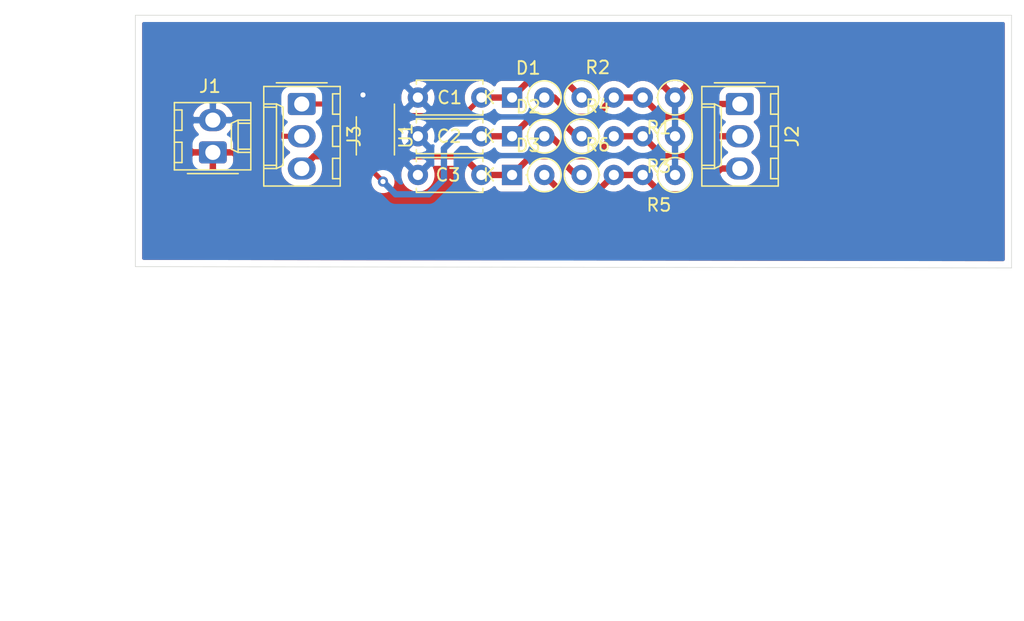
<source format=kicad_pcb>
(kicad_pcb (version 20171130) (host pcbnew 5.1.12-1.fc35)

  (general
    (thickness 1.6)
    (drawings 4)
    (tracks 77)
    (zones 0)
    (modules 16)
    (nets 13)
  )

  (page A4)
  (layers
    (0 F.Cu signal)
    (31 B.Cu signal)
    (32 B.Adhes user hide)
    (33 F.Adhes user hide)
    (34 B.Paste user hide)
    (35 F.Paste user hide)
    (36 B.SilkS user)
    (37 F.SilkS user)
    (38 B.Mask user hide)
    (39 F.Mask user hide)
    (40 Dwgs.User user)
    (41 Cmts.User user)
    (42 Eco1.User user hide)
    (43 Eco2.User user hide)
    (44 Edge.Cuts user)
    (45 Margin user)
    (46 B.CrtYd user hide)
    (47 F.CrtYd user)
    (48 B.Fab user hide)
    (49 F.Fab user hide)
  )

  (setup
    (last_trace_width 0.5)
    (user_trace_width 0.4)
    (user_trace_width 0.5)
    (user_trace_width 0.75)
    (user_trace_width 1)
    (trace_clearance 0.2)
    (zone_clearance 0.508)
    (zone_45_only no)
    (trace_min 0.2)
    (via_size 0.8)
    (via_drill 0.4)
    (via_min_size 0.4)
    (via_min_drill 0.3)
    (uvia_size 0.3)
    (uvia_drill 0.1)
    (uvias_allowed no)
    (uvia_min_size 0.2)
    (uvia_min_drill 0.1)
    (edge_width 0.05)
    (segment_width 0.2)
    (pcb_text_width 0.3)
    (pcb_text_size 1.5 1.5)
    (mod_edge_width 0.12)
    (mod_text_size 1 1)
    (mod_text_width 0.15)
    (pad_size 1.524 1.524)
    (pad_drill 0.762)
    (pad_to_mask_clearance 0)
    (aux_axis_origin 0 0)
    (visible_elements FFFFFF7F)
    (pcbplotparams
      (layerselection 0x010fc_ffffffff)
      (usegerberextensions false)
      (usegerberattributes true)
      (usegerberadvancedattributes true)
      (creategerberjobfile true)
      (excludeedgelayer true)
      (linewidth 0.100000)
      (plotframeref false)
      (viasonmask false)
      (mode 1)
      (useauxorigin false)
      (hpglpennumber 1)
      (hpglpenspeed 20)
      (hpglpendiameter 15.000000)
      (psnegative false)
      (psa4output false)
      (plotreference true)
      (plotvalue true)
      (plotinvisibletext false)
      (padsonsilk false)
      (subtractmaskfromsilk false)
      (outputformat 1)
      (mirror false)
      (drillshape 1)
      (scaleselection 1)
      (outputdirectory ""))
  )

  (net 0 "")
  (net 1 Trig_1)
  (net 2 GND)
  (net 3 Trig_2)
  (net 4 Trig_3)
  (net 5 Sig_1)
  (net 6 Sig_2)
  (net 7 Sig_3)
  (net 8 "Net-(J3-Pad3)")
  (net 9 "Net-(J3-Pad2)")
  (net 10 "Net-(J3-Pad1)")
  (net 11 /+5v)
  (net 12 VCC)

  (net_class Default "This is the default net class."
    (clearance 0.2)
    (trace_width 0.25)
    (via_dia 0.8)
    (via_drill 0.4)
    (uvia_dia 0.3)
    (uvia_drill 0.1)
    (add_net /+5v)
    (add_net GND)
    (add_net "Net-(J3-Pad1)")
    (add_net "Net-(J3-Pad2)")
    (add_net "Net-(J3-Pad3)")
    (add_net Sig_1)
    (add_net Sig_2)
    (add_net Sig_3)
    (add_net Trig_1)
    (add_net Trig_2)
    (add_net Trig_3)
    (add_net VCC)
  )

  (module Connector_Molex:Molex_KK-254_AE-6410-03A_1x03_P2.54mm_Vertical (layer F.Cu) (tedit 5EA53D3B) (tstamp 619E561B)
    (at 218.6 64.191 270)
    (descr "Molex KK-254 Interconnect System, old/engineering part number: AE-6410-03A example for new part number: 22-27-2031, 3 Pins (http://www.molex.com/pdm_docs/sd/022272021_sd.pdf), generated with kicad-footprint-generator")
    (tags "connector Molex KK-254 vertical")
    (path /61B590AC)
    (fp_text reference J2 (at 2.54 -4.12 90) (layer F.SilkS)
      (effects (font (size 1 1) (thickness 0.15)))
    )
    (fp_text value Sig_In (at 2.54 4.08 90) (layer F.Fab)
      (effects (font (size 1 1) (thickness 0.15)))
    )
    (fp_line (start -1.27 -2.92) (end -1.27 2.88) (layer F.Fab) (width 0.1))
    (fp_line (start -1.27 2.88) (end 6.35 2.88) (layer F.Fab) (width 0.1))
    (fp_line (start 6.35 2.88) (end 6.35 -2.92) (layer F.Fab) (width 0.1))
    (fp_line (start 6.35 -2.92) (end -1.27 -2.92) (layer F.Fab) (width 0.1))
    (fp_line (start -1.38 -3.03) (end -1.38 2.99) (layer F.SilkS) (width 0.12))
    (fp_line (start -1.38 2.99) (end 6.46 2.99) (layer F.SilkS) (width 0.12))
    (fp_line (start 6.46 2.99) (end 6.46 -3.03) (layer F.SilkS) (width 0.12))
    (fp_line (start 6.46 -3.03) (end -1.38 -3.03) (layer F.SilkS) (width 0.12))
    (fp_line (start -1.67 -2) (end -1.67 2) (layer F.SilkS) (width 0.12))
    (fp_line (start -1.27 -0.5) (end -0.562893 0) (layer F.Fab) (width 0.1))
    (fp_line (start -0.562893 0) (end -1.27 0.5) (layer F.Fab) (width 0.1))
    (fp_line (start 0 2.99) (end 0 1.99) (layer F.SilkS) (width 0.12))
    (fp_line (start 0 1.99) (end 5.08 1.99) (layer F.SilkS) (width 0.12))
    (fp_line (start 5.08 1.99) (end 5.08 2.99) (layer F.SilkS) (width 0.12))
    (fp_line (start 0 1.99) (end 0.25 1.46) (layer F.SilkS) (width 0.12))
    (fp_line (start 0.25 1.46) (end 4.83 1.46) (layer F.SilkS) (width 0.12))
    (fp_line (start 4.83 1.46) (end 5.08 1.99) (layer F.SilkS) (width 0.12))
    (fp_line (start 0.25 2.99) (end 0.25 1.99) (layer F.SilkS) (width 0.12))
    (fp_line (start 4.83 2.99) (end 4.83 1.99) (layer F.SilkS) (width 0.12))
    (fp_line (start -0.8 -3.03) (end -0.8 -2.43) (layer F.SilkS) (width 0.12))
    (fp_line (start -0.8 -2.43) (end 0.8 -2.43) (layer F.SilkS) (width 0.12))
    (fp_line (start 0.8 -2.43) (end 0.8 -3.03) (layer F.SilkS) (width 0.12))
    (fp_line (start 1.74 -3.03) (end 1.74 -2.43) (layer F.SilkS) (width 0.12))
    (fp_line (start 1.74 -2.43) (end 3.34 -2.43) (layer F.SilkS) (width 0.12))
    (fp_line (start 3.34 -2.43) (end 3.34 -3.03) (layer F.SilkS) (width 0.12))
    (fp_line (start 4.28 -3.03) (end 4.28 -2.43) (layer F.SilkS) (width 0.12))
    (fp_line (start 4.28 -2.43) (end 5.88 -2.43) (layer F.SilkS) (width 0.12))
    (fp_line (start 5.88 -2.43) (end 5.88 -3.03) (layer F.SilkS) (width 0.12))
    (fp_line (start -1.77 -3.42) (end -1.77 3.38) (layer F.CrtYd) (width 0.05))
    (fp_line (start -1.77 3.38) (end 6.85 3.38) (layer F.CrtYd) (width 0.05))
    (fp_line (start 6.85 3.38) (end 6.85 -3.42) (layer F.CrtYd) (width 0.05))
    (fp_line (start 6.85 -3.42) (end -1.77 -3.42) (layer F.CrtYd) (width 0.05))
    (fp_text user %R (at 2.54 -2.22 90) (layer F.Fab)
      (effects (font (size 1 1) (thickness 0.15)))
    )
    (pad 1 thru_hole roundrect (at 0 0 270) (size 1.74 2.19) (drill 1.19) (layers *.Cu *.Mask) (roundrect_rratio 0.143678)
      (net 5 Sig_1))
    (pad 2 thru_hole oval (at 2.54 0 270) (size 1.74 2.19) (drill 1.19) (layers *.Cu *.Mask)
      (net 6 Sig_2))
    (pad 3 thru_hole oval (at 5.08 0 270) (size 1.74 2.19) (drill 1.19) (layers *.Cu *.Mask)
      (net 7 Sig_3))
    (model ${KISYS3DMOD}/Connector_Molex.3dshapes/Molex_KK-254_AE-6410-03A_1x03_P2.54mm_Vertical.wrl
      (at (xyz 0 0 0))
      (scale (xyz 1 1 1))
      (rotate (xyz 0 0 0))
    )
  )

  (module Package_SO:SSOP-8_2.95x2.8mm_P0.65mm (layer F.Cu) (tedit 5A02F25C) (tstamp 619E51D4)
    (at 189.9 66.7 270)
    (descr "SSOP-8 2.9 x2.8mm Pitch 0.65mm")
    (tags "SSOP-8 2.95x2.8mm Pitch 0.65mm")
    (path /619EC3D6)
    (attr smd)
    (fp_text reference U1 (at 0 -2.4 90) (layer F.SilkS)
      (effects (font (size 1 1) (thickness 0.15)))
    )
    (fp_text value 74LVC3G14 (at 0 2.6 90) (layer F.Fab)
      (effects (font (size 1 1) (thickness 0.15)))
    )
    (fp_line (start -2.75 -1.65) (end 2.75 -1.65) (layer F.CrtYd) (width 0.05))
    (fp_line (start -2.75 1.65) (end -2.75 -1.65) (layer F.CrtYd) (width 0.05))
    (fp_line (start 2.75 1.65) (end -2.75 1.65) (layer F.CrtYd) (width 0.05))
    (fp_line (start 2.75 -1.65) (end 2.75 1.65) (layer F.CrtYd) (width 0.05))
    (fp_line (start 1.5 1.5) (end -1.5 1.5) (layer F.SilkS) (width 0.12))
    (fp_line (start 1.5 -1.5) (end -2.5 -1.5) (layer F.SilkS) (width 0.12))
    (fp_line (start -0.475 -1.4) (end -1.475 -0.7) (layer F.Fab) (width 0.1))
    (fp_line (start -0.475 -1.4) (end 1.475 -1.4) (layer F.Fab) (width 0.1))
    (fp_line (start -1.475 1.4) (end -1.475 -0.7) (layer F.Fab) (width 0.1))
    (fp_line (start 1.475 1.4) (end -1.475 1.4) (layer F.Fab) (width 0.1))
    (fp_line (start 1.475 -1.4) (end 1.475 1.4) (layer F.Fab) (width 0.1))
    (fp_text user %R (at 0 0 90) (layer F.Fab)
      (effects (font (size 0.6 0.6) (thickness 0.15)))
    )
    (pad 1 smd rect (at -1.7 -0.975 180) (size 0.3 1.6) (layers F.Cu F.Paste F.Mask)
      (net 1 Trig_1))
    (pad 2 smd rect (at -1.7 -0.325 180) (size 0.3 1.6) (layers F.Cu F.Paste F.Mask)
      (net 9 "Net-(J3-Pad2)"))
    (pad 3 smd rect (at -1.7 0.325 180) (size 0.3 1.6) (layers F.Cu F.Paste F.Mask)
      (net 4 Trig_3))
    (pad 4 smd rect (at -1.7 0.975 180) (size 0.3 1.6) (layers F.Cu F.Paste F.Mask)
      (net 2 GND))
    (pad 5 smd rect (at 1.7 0.975 180) (size 0.3 1.6) (layers F.Cu F.Paste F.Mask)
      (net 8 "Net-(J3-Pad3)"))
    (pad 6 smd rect (at 1.7 0.325 180) (size 0.3 1.6) (layers F.Cu F.Paste F.Mask)
      (net 3 Trig_2))
    (pad 7 smd rect (at 1.7 -0.325 180) (size 0.3 1.6) (layers F.Cu F.Paste F.Mask)
      (net 10 "Net-(J3-Pad1)"))
    (pad 8 smd rect (at 1.7 -0.975 180) (size 0.3 1.6) (layers F.Cu F.Paste F.Mask)
      (net 12 VCC))
    (model ${KISYS3DMOD}/Package_SO.3dshapes/SSOP-8_2.95x2.8mm_P0.65mm.wrl
      (at (xyz 0 0 0))
      (scale (xyz 1 1 1))
      (rotate (xyz 0 0 0))
    )
  )

  (module Capacitor_THT:C_Disc_D5.0mm_W2.5mm_P5.00mm (layer F.Cu) (tedit 5AE50EF0) (tstamp 619D7C49)
    (at 198.248888 69.779 180)
    (descr "C, Disc series, Radial, pin pitch=5.00mm, , diameter*width=5*2.5mm^2, Capacitor, http://cdn-reichelt.de/documents/datenblatt/B300/DS_KERKO_TC.pdf")
    (tags "C Disc series Radial pin pitch 5.00mm  diameter 5mm width 2.5mm Capacitor")
    (path /61A01A4F)
    (fp_text reference C3 (at 2.627 0) (layer F.SilkS)
      (effects (font (size 1 1) (thickness 0.15)))
    )
    (fp_text value 100nF (at 2.5 2.5) (layer F.Fab)
      (effects (font (size 1 1) (thickness 0.15)))
    )
    (fp_line (start 0 -1.25) (end 0 1.25) (layer F.Fab) (width 0.1))
    (fp_line (start 0 1.25) (end 5 1.25) (layer F.Fab) (width 0.1))
    (fp_line (start 5 1.25) (end 5 -1.25) (layer F.Fab) (width 0.1))
    (fp_line (start 5 -1.25) (end 0 -1.25) (layer F.Fab) (width 0.1))
    (fp_line (start -0.12 -1.37) (end 5.12 -1.37) (layer F.SilkS) (width 0.12))
    (fp_line (start -0.12 1.37) (end 5.12 1.37) (layer F.SilkS) (width 0.12))
    (fp_line (start -0.12 -1.37) (end -0.12 -1.055) (layer F.SilkS) (width 0.12))
    (fp_line (start -0.12 1.055) (end -0.12 1.37) (layer F.SilkS) (width 0.12))
    (fp_line (start 5.12 -1.37) (end 5.12 -1.055) (layer F.SilkS) (width 0.12))
    (fp_line (start 5.12 1.055) (end 5.12 1.37) (layer F.SilkS) (width 0.12))
    (fp_line (start -1.05 -1.5) (end -1.05 1.5) (layer F.CrtYd) (width 0.05))
    (fp_line (start -1.05 1.5) (end 6.05 1.5) (layer F.CrtYd) (width 0.05))
    (fp_line (start 6.05 1.5) (end 6.05 -1.5) (layer F.CrtYd) (width 0.05))
    (fp_line (start 6.05 -1.5) (end -1.05 -1.5) (layer F.CrtYd) (width 0.05))
    (fp_text user %R (at 2.5 0) (layer F.Fab)
      (effects (font (size 1 1) (thickness 0.15)))
    )
    (pad 1 thru_hole circle (at 0 0 180) (size 1.6 1.6) (drill 0.8) (layers *.Cu *.Mask)
      (net 4 Trig_3))
    (pad 2 thru_hole circle (at 5 0 180) (size 1.6 1.6) (drill 0.8) (layers *.Cu *.Mask)
      (net 2 GND))
    (model ${KISYS3DMOD}/Capacitor_THT.3dshapes/C_Disc_D5.0mm_W2.5mm_P5.00mm.wrl
      (at (xyz 0 0 0))
      (scale (xyz 1 1 1))
      (rotate (xyz 0 0 0))
    )
  )

  (module Capacitor_THT:C_Disc_D5.0mm_W2.5mm_P5.00mm (layer F.Cu) (tedit 5AE50EF0) (tstamp 619D7C34)
    (at 198.248888 66.731 180)
    (descr "C, Disc series, Radial, pin pitch=5.00mm, , diameter*width=5*2.5mm^2, Capacitor, http://cdn-reichelt.de/documents/datenblatt/B300/DS_KERKO_TC.pdf")
    (tags "C Disc series Radial pin pitch 5.00mm  diameter 5mm width 2.5mm Capacitor")
    (path /619FE161)
    (fp_text reference C2 (at 2.54 0) (layer F.SilkS)
      (effects (font (size 1 1) (thickness 0.15)))
    )
    (fp_text value 100nF (at 2.5 2.5) (layer F.Fab)
      (effects (font (size 1 1) (thickness 0.15)))
    )
    (fp_line (start 6.05 -1.5) (end -1.05 -1.5) (layer F.CrtYd) (width 0.05))
    (fp_line (start 6.05 1.5) (end 6.05 -1.5) (layer F.CrtYd) (width 0.05))
    (fp_line (start -1.05 1.5) (end 6.05 1.5) (layer F.CrtYd) (width 0.05))
    (fp_line (start -1.05 -1.5) (end -1.05 1.5) (layer F.CrtYd) (width 0.05))
    (fp_line (start 5.12 1.055) (end 5.12 1.37) (layer F.SilkS) (width 0.12))
    (fp_line (start 5.12 -1.37) (end 5.12 -1.055) (layer F.SilkS) (width 0.12))
    (fp_line (start -0.12 1.055) (end -0.12 1.37) (layer F.SilkS) (width 0.12))
    (fp_line (start -0.12 -1.37) (end -0.12 -1.055) (layer F.SilkS) (width 0.12))
    (fp_line (start -0.12 1.37) (end 5.12 1.37) (layer F.SilkS) (width 0.12))
    (fp_line (start -0.12 -1.37) (end 5.12 -1.37) (layer F.SilkS) (width 0.12))
    (fp_line (start 5 -1.25) (end 0 -1.25) (layer F.Fab) (width 0.1))
    (fp_line (start 5 1.25) (end 5 -1.25) (layer F.Fab) (width 0.1))
    (fp_line (start 0 1.25) (end 5 1.25) (layer F.Fab) (width 0.1))
    (fp_line (start 0 -1.25) (end 0 1.25) (layer F.Fab) (width 0.1))
    (fp_text user %R (at 2.5 0) (layer F.Fab)
      (effects (font (size 1 1) (thickness 0.15)))
    )
    (pad 2 thru_hole circle (at 5 0 180) (size 1.6 1.6) (drill 0.8) (layers *.Cu *.Mask)
      (net 2 GND))
    (pad 1 thru_hole circle (at 0 0 180) (size 1.6 1.6) (drill 0.8) (layers *.Cu *.Mask)
      (net 3 Trig_2))
    (model ${KISYS3DMOD}/Capacitor_THT.3dshapes/C_Disc_D5.0mm_W2.5mm_P5.00mm.wrl
      (at (xyz 0 0 0))
      (scale (xyz 1 1 1))
      (rotate (xyz 0 0 0))
    )
  )

  (module Connector_Molex:Molex_KK-254_AE-6410-02A_1x02_P2.54mm_Vertical (layer F.Cu) (tedit 5EA53D3B) (tstamp 619E1A53)
    (at 177.1 68.001 90)
    (descr "Molex KK-254 Interconnect System, old/engineering part number: AE-6410-02A example for new part number: 22-27-2021, 2 Pins (http://www.molex.com/pdm_docs/sd/022272021_sd.pdf), generated with kicad-footprint-generator")
    (tags "connector Molex KK-254 vertical")
    (path /61B21F5A)
    (fp_text reference J1 (at 5.207 -0.2305 180) (layer F.SilkS)
      (effects (font (size 1 1) (thickness 0.15)))
    )
    (fp_text value Pwr (at 1.27 4.08 90) (layer F.Fab)
      (effects (font (size 1 1) (thickness 0.15)))
    )
    (fp_line (start -1.27 -2.92) (end -1.27 2.88) (layer F.Fab) (width 0.1))
    (fp_line (start -1.27 2.88) (end 3.81 2.88) (layer F.Fab) (width 0.1))
    (fp_line (start 3.81 2.88) (end 3.81 -2.92) (layer F.Fab) (width 0.1))
    (fp_line (start 3.81 -2.92) (end -1.27 -2.92) (layer F.Fab) (width 0.1))
    (fp_line (start -1.38 -3.03) (end -1.38 2.99) (layer F.SilkS) (width 0.12))
    (fp_line (start -1.38 2.99) (end 3.92 2.99) (layer F.SilkS) (width 0.12))
    (fp_line (start 3.92 2.99) (end 3.92 -3.03) (layer F.SilkS) (width 0.12))
    (fp_line (start 3.92 -3.03) (end -1.38 -3.03) (layer F.SilkS) (width 0.12))
    (fp_line (start -1.67 -2) (end -1.67 2) (layer F.SilkS) (width 0.12))
    (fp_line (start -1.27 -0.5) (end -0.562893 0) (layer F.Fab) (width 0.1))
    (fp_line (start -0.562893 0) (end -1.27 0.5) (layer F.Fab) (width 0.1))
    (fp_line (start 0 2.99) (end 0 1.99) (layer F.SilkS) (width 0.12))
    (fp_line (start 0 1.99) (end 2.54 1.99) (layer F.SilkS) (width 0.12))
    (fp_line (start 2.54 1.99) (end 2.54 2.99) (layer F.SilkS) (width 0.12))
    (fp_line (start 0 1.99) (end 0.25 1.46) (layer F.SilkS) (width 0.12))
    (fp_line (start 0.25 1.46) (end 2.29 1.46) (layer F.SilkS) (width 0.12))
    (fp_line (start 2.29 1.46) (end 2.54 1.99) (layer F.SilkS) (width 0.12))
    (fp_line (start 0.25 2.99) (end 0.25 1.99) (layer F.SilkS) (width 0.12))
    (fp_line (start 2.29 2.99) (end 2.29 1.99) (layer F.SilkS) (width 0.12))
    (fp_line (start -0.8 -3.03) (end -0.8 -2.43) (layer F.SilkS) (width 0.12))
    (fp_line (start -0.8 -2.43) (end 0.8 -2.43) (layer F.SilkS) (width 0.12))
    (fp_line (start 0.8 -2.43) (end 0.8 -3.03) (layer F.SilkS) (width 0.12))
    (fp_line (start 1.74 -3.03) (end 1.74 -2.43) (layer F.SilkS) (width 0.12))
    (fp_line (start 1.74 -2.43) (end 3.34 -2.43) (layer F.SilkS) (width 0.12))
    (fp_line (start 3.34 -2.43) (end 3.34 -3.03) (layer F.SilkS) (width 0.12))
    (fp_line (start -1.77 -3.42) (end -1.77 3.38) (layer F.CrtYd) (width 0.05))
    (fp_line (start -1.77 3.38) (end 4.31 3.38) (layer F.CrtYd) (width 0.05))
    (fp_line (start 4.31 3.38) (end 4.31 -3.42) (layer F.CrtYd) (width 0.05))
    (fp_line (start 4.31 -3.42) (end -1.77 -3.42) (layer F.CrtYd) (width 0.05))
    (fp_text user %R (at 1.27 -2.22 90) (layer F.Fab)
      (effects (font (size 1 1) (thickness 0.15)))
    )
    (pad 1 thru_hole roundrect (at 0 0 90) (size 1.74 2.19) (drill 1.19) (layers *.Cu *.Mask) (roundrect_rratio 0.143678)
      (net 11 /+5v))
    (pad 2 thru_hole oval (at 2.54 0 90) (size 1.74 2.19) (drill 1.19) (layers *.Cu *.Mask)
      (net 2 GND))
    (model ${KISYS3DMOD}/Connector_Molex.3dshapes/Molex_KK-254_AE-6410-02A_1x02_P2.54mm_Vertical.wrl
      (at (xyz 0 0 0))
      (scale (xyz 1 1 1))
      (rotate (xyz 0 0 0))
    )
  )

  (module Capacitor_THT:C_Disc_D5.0mm_W2.5mm_P5.00mm (layer F.Cu) (tedit 5AE50EF0) (tstamp 619D7C1F)
    (at 198.248888 63.683 180)
    (descr "C, Disc series, Radial, pin pitch=5.00mm, , diameter*width=5*2.5mm^2, Capacitor, http://cdn-reichelt.de/documents/datenblatt/B300/DS_KERKO_TC.pdf")
    (tags "C Disc series Radial pin pitch 5.00mm  diameter 5mm width 2.5mm Capacitor")
    (path /619D2E8F)
    (fp_text reference C1 (at 2.5 0) (layer F.SilkS)
      (effects (font (size 1 1) (thickness 0.15)))
    )
    (fp_text value 100nF (at 2.5 2.5) (layer F.Fab)
      (effects (font (size 1 1) (thickness 0.15)))
    )
    (fp_line (start 0 -1.25) (end 0 1.25) (layer F.Fab) (width 0.1))
    (fp_line (start 0 1.25) (end 5 1.25) (layer F.Fab) (width 0.1))
    (fp_line (start 5 1.25) (end 5 -1.25) (layer F.Fab) (width 0.1))
    (fp_line (start 5 -1.25) (end 0 -1.25) (layer F.Fab) (width 0.1))
    (fp_line (start -0.12 -1.37) (end 5.12 -1.37) (layer F.SilkS) (width 0.12))
    (fp_line (start -0.12 1.37) (end 5.12 1.37) (layer F.SilkS) (width 0.12))
    (fp_line (start -0.12 -1.37) (end -0.12 -1.055) (layer F.SilkS) (width 0.12))
    (fp_line (start -0.12 1.055) (end -0.12 1.37) (layer F.SilkS) (width 0.12))
    (fp_line (start 5.12 -1.37) (end 5.12 -1.055) (layer F.SilkS) (width 0.12))
    (fp_line (start 5.12 1.055) (end 5.12 1.37) (layer F.SilkS) (width 0.12))
    (fp_line (start -1.05 -1.5) (end -1.05 1.5) (layer F.CrtYd) (width 0.05))
    (fp_line (start -1.05 1.5) (end 6.05 1.5) (layer F.CrtYd) (width 0.05))
    (fp_line (start 6.05 1.5) (end 6.05 -1.5) (layer F.CrtYd) (width 0.05))
    (fp_line (start 6.05 -1.5) (end -1.05 -1.5) (layer F.CrtYd) (width 0.05))
    (fp_text user %R (at 2.5 0) (layer F.Fab)
      (effects (font (size 1 1) (thickness 0.15)))
    )
    (pad 1 thru_hole circle (at 0 0 180) (size 1.6 1.6) (drill 0.8) (layers *.Cu *.Mask)
      (net 1 Trig_1))
    (pad 2 thru_hole circle (at 5 0 180) (size 1.6 1.6) (drill 0.8) (layers *.Cu *.Mask)
      (net 2 GND))
    (model ${KISYS3DMOD}/Capacitor_THT.3dshapes/C_Disc_D5.0mm_W2.5mm_P5.00mm.wrl
      (at (xyz 0 0 0))
      (scale (xyz 1 1 1))
      (rotate (xyz 0 0 0))
    )
  )

  (module Connector_Molex:Molex_KK-254_AE-6410-03A_1x03_P2.54mm_Vertical (layer F.Cu) (tedit 5EA53D3B) (tstamp 619E5642)
    (at 184.1 64.191 270)
    (descr "Molex KK-254 Interconnect System, old/engineering part number: AE-6410-03A example for new part number: 22-27-2031, 3 Pins (http://www.molex.com/pdm_docs/sd/022272021_sd.pdf), generated with kicad-footprint-generator")
    (tags "connector Molex KK-254 vertical")
    (path /61B1F759)
    (fp_text reference J3 (at 2.54 -4.12 90) (layer F.SilkS)
      (effects (font (size 1 1) (thickness 0.15)))
    )
    (fp_text value Trig_Out (at 2.54 4.08 90) (layer F.Fab)
      (effects (font (size 1 1) (thickness 0.15)))
    )
    (fp_line (start 6.85 -3.42) (end -1.77 -3.42) (layer F.CrtYd) (width 0.05))
    (fp_line (start 6.85 3.38) (end 6.85 -3.42) (layer F.CrtYd) (width 0.05))
    (fp_line (start -1.77 3.38) (end 6.85 3.38) (layer F.CrtYd) (width 0.05))
    (fp_line (start -1.77 -3.42) (end -1.77 3.38) (layer F.CrtYd) (width 0.05))
    (fp_line (start 5.88 -2.43) (end 5.88 -3.03) (layer F.SilkS) (width 0.12))
    (fp_line (start 4.28 -2.43) (end 5.88 -2.43) (layer F.SilkS) (width 0.12))
    (fp_line (start 4.28 -3.03) (end 4.28 -2.43) (layer F.SilkS) (width 0.12))
    (fp_line (start 3.34 -2.43) (end 3.34 -3.03) (layer F.SilkS) (width 0.12))
    (fp_line (start 1.74 -2.43) (end 3.34 -2.43) (layer F.SilkS) (width 0.12))
    (fp_line (start 1.74 -3.03) (end 1.74 -2.43) (layer F.SilkS) (width 0.12))
    (fp_line (start 0.8 -2.43) (end 0.8 -3.03) (layer F.SilkS) (width 0.12))
    (fp_line (start -0.8 -2.43) (end 0.8 -2.43) (layer F.SilkS) (width 0.12))
    (fp_line (start -0.8 -3.03) (end -0.8 -2.43) (layer F.SilkS) (width 0.12))
    (fp_line (start 4.83 2.99) (end 4.83 1.99) (layer F.SilkS) (width 0.12))
    (fp_line (start 0.25 2.99) (end 0.25 1.99) (layer F.SilkS) (width 0.12))
    (fp_line (start 4.83 1.46) (end 5.08 1.99) (layer F.SilkS) (width 0.12))
    (fp_line (start 0.25 1.46) (end 4.83 1.46) (layer F.SilkS) (width 0.12))
    (fp_line (start 0 1.99) (end 0.25 1.46) (layer F.SilkS) (width 0.12))
    (fp_line (start 5.08 1.99) (end 5.08 2.99) (layer F.SilkS) (width 0.12))
    (fp_line (start 0 1.99) (end 5.08 1.99) (layer F.SilkS) (width 0.12))
    (fp_line (start 0 2.99) (end 0 1.99) (layer F.SilkS) (width 0.12))
    (fp_line (start -0.562893 0) (end -1.27 0.5) (layer F.Fab) (width 0.1))
    (fp_line (start -1.27 -0.5) (end -0.562893 0) (layer F.Fab) (width 0.1))
    (fp_line (start -1.67 -2) (end -1.67 2) (layer F.SilkS) (width 0.12))
    (fp_line (start 6.46 -3.03) (end -1.38 -3.03) (layer F.SilkS) (width 0.12))
    (fp_line (start 6.46 2.99) (end 6.46 -3.03) (layer F.SilkS) (width 0.12))
    (fp_line (start -1.38 2.99) (end 6.46 2.99) (layer F.SilkS) (width 0.12))
    (fp_line (start -1.38 -3.03) (end -1.38 2.99) (layer F.SilkS) (width 0.12))
    (fp_line (start 6.35 -2.92) (end -1.27 -2.92) (layer F.Fab) (width 0.1))
    (fp_line (start 6.35 2.88) (end 6.35 -2.92) (layer F.Fab) (width 0.1))
    (fp_line (start -1.27 2.88) (end 6.35 2.88) (layer F.Fab) (width 0.1))
    (fp_line (start -1.27 -2.92) (end -1.27 2.88) (layer F.Fab) (width 0.1))
    (fp_text user %R (at 2.54 -2.22 90) (layer F.Fab)
      (effects (font (size 1 1) (thickness 0.15)))
    )
    (pad 3 thru_hole oval (at 5.08 0 270) (size 1.74 2.19) (drill 1.19) (layers *.Cu *.Mask)
      (net 8 "Net-(J3-Pad3)"))
    (pad 2 thru_hole oval (at 2.54 0 270) (size 1.74 2.19) (drill 1.19) (layers *.Cu *.Mask)
      (net 9 "Net-(J3-Pad2)"))
    (pad 1 thru_hole roundrect (at 0 0 270) (size 1.74 2.19) (drill 1.19) (layers *.Cu *.Mask) (roundrect_rratio 0.143678)
      (net 10 "Net-(J3-Pad1)"))
    (model ${KISYS3DMOD}/Connector_Molex.3dshapes/Molex_KK-254_AE-6410-03A_1x03_P2.54mm_Vertical.wrl
      (at (xyz 0 0 0))
      (scale (xyz 1 1 1))
      (rotate (xyz 0 0 0))
    )
  )

  (module Diode_THT:D_DO-35_SOD27_P2.54mm_Vertical_KathodeUp (layer F.Cu) (tedit 5AE50CD5) (tstamp 619E64F0)
    (at 200.665833 63.683)
    (descr "Diode, DO-35_SOD27 series, Axial, Vertical, pin pitch=2.54mm, , length*diameter=4*2mm^2, , http://www.diodes.com/_files/packages/DO-35.pdf")
    (tags "Diode DO-35_SOD27 series Axial Vertical pin pitch 2.54mm  length 4mm diameter 2mm")
    (path /619D2140)
    (fp_text reference D1 (at 1.27 -2.326371) (layer F.SilkS)
      (effects (font (size 1 1) (thickness 0.15)))
    )
    (fp_text value 1N4148 (at 1.27 3.215371) (layer F.Fab)
      (effects (font (size 1 1) (thickness 0.15)))
    )
    (fp_line (start 3.79 -1.25) (end -1.05 -1.25) (layer F.CrtYd) (width 0.05))
    (fp_line (start 3.79 1.25) (end 3.79 -1.25) (layer F.CrtYd) (width 0.05))
    (fp_line (start -1.05 1.25) (end 3.79 1.25) (layer F.CrtYd) (width 0.05))
    (fp_line (start -1.05 -1.25) (end -1.05 1.25) (layer F.CrtYd) (width 0.05))
    (fp_line (start 1.213629 0) (end 1.1 0) (layer F.SilkS) (width 0.12))
    (fp_line (start 0 0) (end 2.54 0) (layer F.Fab) (width 0.1))
    (fp_circle (center 2.54 0) (end 3.866371 0) (layer F.SilkS) (width 0.12))
    (fp_circle (center 2.54 0) (end 3.54 0) (layer F.Fab) (width 0.1))
    (fp_text user %R (at 1.27 -2.326371) (layer F.Fab)
      (effects (font (size 1 1) (thickness 0.15)))
    )
    (fp_text user K (at -1.8 0) (layer F.Fab)
      (effects (font (size 1 1) (thickness 0.15)))
    )
    (fp_text user K (at -1.8 0) (layer F.SilkS)
      (effects (font (size 1 1) (thickness 0.15)))
    )
    (pad 1 thru_hole rect (at 0 0) (size 1.6 1.6) (drill 0.8) (layers *.Cu *.Mask)
      (net 1 Trig_1))
    (pad 2 thru_hole oval (at 2.54 0) (size 1.6 1.6) (drill 0.8) (layers *.Cu *.Mask)
      (net 5 Sig_1))
    (model ${KISYS3DMOD}/Diode_THT.3dshapes/D_DO-35_SOD27_P2.54mm_Vertical_KathodeUp.wrl
      (at (xyz 0 0 0))
      (scale (xyz 1 1 1))
      (rotate (xyz 0 0 0))
    )
  )

  (module Diode_THT:D_DO-35_SOD27_P2.54mm_Vertical_KathodeUp (layer F.Cu) (tedit 5AE50CD5) (tstamp 619E6500)
    (at 200.665833 66.731)
    (descr "Diode, DO-35_SOD27 series, Axial, Vertical, pin pitch=2.54mm, , length*diameter=4*2mm^2, , http://www.diodes.com/_files/packages/DO-35.pdf")
    (tags "Diode DO-35_SOD27 series Axial Vertical pin pitch 2.54mm  length 4mm diameter 2mm")
    (path /619FE15B)
    (fp_text reference D2 (at 1.27 -2.326371) (layer F.SilkS)
      (effects (font (size 1 1) (thickness 0.15)))
    )
    (fp_text value 1N4148 (at 1.27 3.215371) (layer F.Fab)
      (effects (font (size 1 1) (thickness 0.15)))
    )
    (fp_text user K (at -1.8 0) (layer F.SilkS)
      (effects (font (size 1 1) (thickness 0.15)))
    )
    (fp_text user K (at -1.8 0) (layer F.Fab)
      (effects (font (size 1 1) (thickness 0.15)))
    )
    (fp_text user %R (at 1.27 -2.326371) (layer F.Fab)
      (effects (font (size 1 1) (thickness 0.15)))
    )
    (fp_circle (center 2.54 0) (end 3.54 0) (layer F.Fab) (width 0.1))
    (fp_circle (center 2.54 0) (end 3.866371 0) (layer F.SilkS) (width 0.12))
    (fp_line (start 0 0) (end 2.54 0) (layer F.Fab) (width 0.1))
    (fp_line (start 1.213629 0) (end 1.1 0) (layer F.SilkS) (width 0.12))
    (fp_line (start -1.05 -1.25) (end -1.05 1.25) (layer F.CrtYd) (width 0.05))
    (fp_line (start -1.05 1.25) (end 3.79 1.25) (layer F.CrtYd) (width 0.05))
    (fp_line (start 3.79 1.25) (end 3.79 -1.25) (layer F.CrtYd) (width 0.05))
    (fp_line (start 3.79 -1.25) (end -1.05 -1.25) (layer F.CrtYd) (width 0.05))
    (pad 2 thru_hole oval (at 2.54 0) (size 1.6 1.6) (drill 0.8) (layers *.Cu *.Mask)
      (net 6 Sig_2))
    (pad 1 thru_hole rect (at 0 0) (size 1.6 1.6) (drill 0.8) (layers *.Cu *.Mask)
      (net 3 Trig_2))
    (model ${KISYS3DMOD}/Diode_THT.3dshapes/D_DO-35_SOD27_P2.54mm_Vertical_KathodeUp.wrl
      (at (xyz 0 0 0))
      (scale (xyz 1 1 1))
      (rotate (xyz 0 0 0))
    )
  )

  (module Diode_THT:D_DO-35_SOD27_P2.54mm_Vertical_KathodeUp (layer F.Cu) (tedit 5AE50CD5) (tstamp 619E6510)
    (at 200.665833 69.779)
    (descr "Diode, DO-35_SOD27 series, Axial, Vertical, pin pitch=2.54mm, , length*diameter=4*2mm^2, , http://www.diodes.com/_files/packages/DO-35.pdf")
    (tags "Diode DO-35_SOD27 series Axial Vertical pin pitch 2.54mm  length 4mm diameter 2mm")
    (path /61A01A49)
    (fp_text reference D3 (at 1.27 -2.326371) (layer F.SilkS)
      (effects (font (size 1 1) (thickness 0.15)))
    )
    (fp_text value 1N4148 (at 1.27 3.215371) (layer F.Fab)
      (effects (font (size 1 1) (thickness 0.15)))
    )
    (fp_line (start 3.79 -1.25) (end -1.05 -1.25) (layer F.CrtYd) (width 0.05))
    (fp_line (start 3.79 1.25) (end 3.79 -1.25) (layer F.CrtYd) (width 0.05))
    (fp_line (start -1.05 1.25) (end 3.79 1.25) (layer F.CrtYd) (width 0.05))
    (fp_line (start -1.05 -1.25) (end -1.05 1.25) (layer F.CrtYd) (width 0.05))
    (fp_line (start 1.213629 0) (end 1.1 0) (layer F.SilkS) (width 0.12))
    (fp_line (start 0 0) (end 2.54 0) (layer F.Fab) (width 0.1))
    (fp_circle (center 2.54 0) (end 3.866371 0) (layer F.SilkS) (width 0.12))
    (fp_circle (center 2.54 0) (end 3.54 0) (layer F.Fab) (width 0.1))
    (fp_text user %R (at 1.27 -2.326371) (layer F.Fab)
      (effects (font (size 1 1) (thickness 0.15)))
    )
    (fp_text user K (at -1.8 0) (layer F.Fab)
      (effects (font (size 1 1) (thickness 0.15)))
    )
    (fp_text user K (at -1.8 0) (layer F.SilkS)
      (effects (font (size 1 1) (thickness 0.15)))
    )
    (pad 1 thru_hole rect (at 0 0) (size 1.6 1.6) (drill 0.8) (layers *.Cu *.Mask)
      (net 4 Trig_3))
    (pad 2 thru_hole oval (at 2.54 0) (size 1.6 1.6) (drill 0.8) (layers *.Cu *.Mask)
      (net 7 Sig_3))
    (model ${KISYS3DMOD}/Diode_THT.3dshapes/D_DO-35_SOD27_P2.54mm_Vertical_KathodeUp.wrl
      (at (xyz 0 0 0))
      (scale (xyz 1 1 1))
      (rotate (xyz 0 0 0))
    )
  )

  (module Resistor_THT:R_Axial_DIN0207_L6.3mm_D2.5mm_P2.54mm_Vertical (layer F.Cu) (tedit 5AE5139B) (tstamp 619E6520)
    (at 213.5 63.683 180)
    (descr "Resistor, Axial_DIN0207 series, Axial, Vertical, pin pitch=2.54mm, 0.25W = 1/4W, length*diameter=6.3*2.5mm^2, http://cdn-reichelt.de/documents/datenblatt/B400/1_4W%23YAG.pdf")
    (tags "Resistor Axial_DIN0207 series Axial Vertical pin pitch 2.54mm 0.25W = 1/4W length 6.3mm diameter 2.5mm")
    (path /619D386E)
    (fp_text reference R1 (at 1.27 -2.37) (layer F.SilkS)
      (effects (font (size 1 1) (thickness 0.15)))
    )
    (fp_text value 82K (at 1.27 2.37) (layer F.Fab)
      (effects (font (size 1 1) (thickness 0.15)))
    )
    (fp_line (start 3.59 -1.5) (end -1.5 -1.5) (layer F.CrtYd) (width 0.05))
    (fp_line (start 3.59 1.5) (end 3.59 -1.5) (layer F.CrtYd) (width 0.05))
    (fp_line (start -1.5 1.5) (end 3.59 1.5) (layer F.CrtYd) (width 0.05))
    (fp_line (start -1.5 -1.5) (end -1.5 1.5) (layer F.CrtYd) (width 0.05))
    (fp_line (start 1.37 0) (end 1.44 0) (layer F.SilkS) (width 0.12))
    (fp_line (start 0 0) (end 2.54 0) (layer F.Fab) (width 0.1))
    (fp_circle (center 0 0) (end 1.37 0) (layer F.SilkS) (width 0.12))
    (fp_circle (center 0 0) (end 1.25 0) (layer F.Fab) (width 0.1))
    (fp_text user %R (at 1.27 -2.37) (layer F.Fab)
      (effects (font (size 1 1) (thickness 0.15)))
    )
    (pad 1 thru_hole circle (at 0 0 180) (size 1.6 1.6) (drill 0.8) (layers *.Cu *.Mask)
      (net 11 /+5v))
    (pad 2 thru_hole oval (at 2.54 0 180) (size 1.6 1.6) (drill 0.8) (layers *.Cu *.Mask)
      (net 5 Sig_1))
    (model ${KISYS3DMOD}/Resistor_THT.3dshapes/R_Axial_DIN0207_L6.3mm_D2.5mm_P2.54mm_Vertical.wrl
      (at (xyz 0 0 0))
      (scale (xyz 1 1 1))
      (rotate (xyz 0 0 0))
    )
  )

  (module Resistor_THT:R_Axial_DIN0207_L6.3mm_D2.5mm_P2.54mm_Vertical (layer F.Cu) (tedit 5AE5139B) (tstamp 619E652E)
    (at 206.141166 63.683)
    (descr "Resistor, Axial_DIN0207 series, Axial, Vertical, pin pitch=2.54mm, 0.25W = 1/4W, length*diameter=6.3*2.5mm^2, http://cdn-reichelt.de/documents/datenblatt/B400/1_4W%23YAG.pdf")
    (tags "Resistor Axial_DIN0207 series Axial Vertical pin pitch 2.54mm 0.25W = 1/4W length 6.3mm diameter 2.5mm")
    (path /619D627B)
    (fp_text reference R2 (at 1.27 -2.37) (layer F.SilkS)
      (effects (font (size 1 1) (thickness 0.15)))
    )
    (fp_text value 18K2 (at 1.27 2.37) (layer F.Fab)
      (effects (font (size 1 1) (thickness 0.15)))
    )
    (fp_text user %R (at 1.27 -2.37) (layer F.Fab)
      (effects (font (size 1 1) (thickness 0.15)))
    )
    (fp_circle (center 0 0) (end 1.25 0) (layer F.Fab) (width 0.1))
    (fp_circle (center 0 0) (end 1.37 0) (layer F.SilkS) (width 0.12))
    (fp_line (start 0 0) (end 2.54 0) (layer F.Fab) (width 0.1))
    (fp_line (start 1.37 0) (end 1.44 0) (layer F.SilkS) (width 0.12))
    (fp_line (start -1.5 -1.5) (end -1.5 1.5) (layer F.CrtYd) (width 0.05))
    (fp_line (start -1.5 1.5) (end 3.59 1.5) (layer F.CrtYd) (width 0.05))
    (fp_line (start 3.59 1.5) (end 3.59 -1.5) (layer F.CrtYd) (width 0.05))
    (fp_line (start 3.59 -1.5) (end -1.5 -1.5) (layer F.CrtYd) (width 0.05))
    (pad 2 thru_hole oval (at 2.54 0) (size 1.6 1.6) (drill 0.8) (layers *.Cu *.Mask)
      (net 5 Sig_1))
    (pad 1 thru_hole circle (at 0 0) (size 1.6 1.6) (drill 0.8) (layers *.Cu *.Mask)
      (net 1 Trig_1))
    (model ${KISYS3DMOD}/Resistor_THT.3dshapes/R_Axial_DIN0207_L6.3mm_D2.5mm_P2.54mm_Vertical.wrl
      (at (xyz 0 0 0))
      (scale (xyz 1 1 1))
      (rotate (xyz 0 0 0))
    )
  )

  (module Resistor_THT:R_Axial_DIN0207_L6.3mm_D2.5mm_P2.54mm_Vertical (layer F.Cu) (tedit 5AE5139B) (tstamp 619E653C)
    (at 213.5 66.731 180)
    (descr "Resistor, Axial_DIN0207 series, Axial, Vertical, pin pitch=2.54mm, 0.25W = 1/4W, length*diameter=6.3*2.5mm^2, http://cdn-reichelt.de/documents/datenblatt/B400/1_4W%23YAG.pdf")
    (tags "Resistor Axial_DIN0207 series Axial Vertical pin pitch 2.54mm 0.25W = 1/4W length 6.3mm diameter 2.5mm")
    (path /619FE147)
    (fp_text reference R3 (at 1.27 -2.37) (layer F.SilkS)
      (effects (font (size 1 1) (thickness 0.15)))
    )
    (fp_text value 82K (at 1.27 2.37) (layer F.Fab)
      (effects (font (size 1 1) (thickness 0.15)))
    )
    (fp_line (start 3.59 -1.5) (end -1.5 -1.5) (layer F.CrtYd) (width 0.05))
    (fp_line (start 3.59 1.5) (end 3.59 -1.5) (layer F.CrtYd) (width 0.05))
    (fp_line (start -1.5 1.5) (end 3.59 1.5) (layer F.CrtYd) (width 0.05))
    (fp_line (start -1.5 -1.5) (end -1.5 1.5) (layer F.CrtYd) (width 0.05))
    (fp_line (start 1.37 0) (end 1.44 0) (layer F.SilkS) (width 0.12))
    (fp_line (start 0 0) (end 2.54 0) (layer F.Fab) (width 0.1))
    (fp_circle (center 0 0) (end 1.37 0) (layer F.SilkS) (width 0.12))
    (fp_circle (center 0 0) (end 1.25 0) (layer F.Fab) (width 0.1))
    (fp_text user %R (at 1.27 -2.37) (layer F.Fab)
      (effects (font (size 1 1) (thickness 0.15)))
    )
    (pad 1 thru_hole circle (at 0 0 180) (size 1.6 1.6) (drill 0.8) (layers *.Cu *.Mask)
      (net 11 /+5v))
    (pad 2 thru_hole oval (at 2.54 0 180) (size 1.6 1.6) (drill 0.8) (layers *.Cu *.Mask)
      (net 6 Sig_2))
    (model ${KISYS3DMOD}/Resistor_THT.3dshapes/R_Axial_DIN0207_L6.3mm_D2.5mm_P2.54mm_Vertical.wrl
      (at (xyz 0 0 0))
      (scale (xyz 1 1 1))
      (rotate (xyz 0 0 0))
    )
  )

  (module Resistor_THT:R_Axial_DIN0207_L6.3mm_D2.5mm_P2.54mm_Vertical (layer F.Cu) (tedit 5AE5139B) (tstamp 619E654A)
    (at 206.141166 66.731)
    (descr "Resistor, Axial_DIN0207 series, Axial, Vertical, pin pitch=2.54mm, 0.25W = 1/4W, length*diameter=6.3*2.5mm^2, http://cdn-reichelt.de/documents/datenblatt/B400/1_4W%23YAG.pdf")
    (tags "Resistor Axial_DIN0207 series Axial Vertical pin pitch 2.54mm 0.25W = 1/4W length 6.3mm diameter 2.5mm")
    (path /619FE153)
    (fp_text reference R4 (at 1.27 -2.37) (layer F.SilkS)
      (effects (font (size 1 1) (thickness 0.15)))
    )
    (fp_text value 18K2 (at 1.27 2.37) (layer F.Fab)
      (effects (font (size 1 1) (thickness 0.15)))
    )
    (fp_text user %R (at 1.27 -2.37) (layer F.Fab)
      (effects (font (size 1 1) (thickness 0.15)))
    )
    (fp_circle (center 0 0) (end 1.25 0) (layer F.Fab) (width 0.1))
    (fp_circle (center 0 0) (end 1.37 0) (layer F.SilkS) (width 0.12))
    (fp_line (start 0 0) (end 2.54 0) (layer F.Fab) (width 0.1))
    (fp_line (start 1.37 0) (end 1.44 0) (layer F.SilkS) (width 0.12))
    (fp_line (start -1.5 -1.5) (end -1.5 1.5) (layer F.CrtYd) (width 0.05))
    (fp_line (start -1.5 1.5) (end 3.59 1.5) (layer F.CrtYd) (width 0.05))
    (fp_line (start 3.59 1.5) (end 3.59 -1.5) (layer F.CrtYd) (width 0.05))
    (fp_line (start 3.59 -1.5) (end -1.5 -1.5) (layer F.CrtYd) (width 0.05))
    (pad 2 thru_hole oval (at 2.54 0) (size 1.6 1.6) (drill 0.8) (layers *.Cu *.Mask)
      (net 6 Sig_2))
    (pad 1 thru_hole circle (at 0 0) (size 1.6 1.6) (drill 0.8) (layers *.Cu *.Mask)
      (net 3 Trig_2))
    (model ${KISYS3DMOD}/Resistor_THT.3dshapes/R_Axial_DIN0207_L6.3mm_D2.5mm_P2.54mm_Vertical.wrl
      (at (xyz 0 0 0))
      (scale (xyz 1 1 1))
      (rotate (xyz 0 0 0))
    )
  )

  (module Resistor_THT:R_Axial_DIN0207_L6.3mm_D2.5mm_P2.54mm_Vertical (layer F.Cu) (tedit 5AE5139B) (tstamp 619E6558)
    (at 213.5 69.779 180)
    (descr "Resistor, Axial_DIN0207 series, Axial, Vertical, pin pitch=2.54mm, 0.25W = 1/4W, length*diameter=6.3*2.5mm^2, http://cdn-reichelt.de/documents/datenblatt/B400/1_4W%23YAG.pdf")
    (tags "Resistor Axial_DIN0207 series Axial Vertical pin pitch 2.54mm 0.25W = 1/4W length 6.3mm diameter 2.5mm")
    (path /61A01A35)
    (fp_text reference R5 (at 1.27 -2.37) (layer F.SilkS)
      (effects (font (size 1 1) (thickness 0.15)))
    )
    (fp_text value 82K (at 1.27 2.37) (layer F.Fab)
      (effects (font (size 1 1) (thickness 0.15)))
    )
    (fp_line (start 3.59 -1.5) (end -1.5 -1.5) (layer F.CrtYd) (width 0.05))
    (fp_line (start 3.59 1.5) (end 3.59 -1.5) (layer F.CrtYd) (width 0.05))
    (fp_line (start -1.5 1.5) (end 3.59 1.5) (layer F.CrtYd) (width 0.05))
    (fp_line (start -1.5 -1.5) (end -1.5 1.5) (layer F.CrtYd) (width 0.05))
    (fp_line (start 1.37 0) (end 1.44 0) (layer F.SilkS) (width 0.12))
    (fp_line (start 0 0) (end 2.54 0) (layer F.Fab) (width 0.1))
    (fp_circle (center 0 0) (end 1.37 0) (layer F.SilkS) (width 0.12))
    (fp_circle (center 0 0) (end 1.25 0) (layer F.Fab) (width 0.1))
    (fp_text user %R (at 1.27 -2.37) (layer F.Fab)
      (effects (font (size 1 1) (thickness 0.15)))
    )
    (pad 1 thru_hole circle (at 0 0 180) (size 1.6 1.6) (drill 0.8) (layers *.Cu *.Mask)
      (net 11 /+5v))
    (pad 2 thru_hole oval (at 2.54 0 180) (size 1.6 1.6) (drill 0.8) (layers *.Cu *.Mask)
      (net 7 Sig_3))
    (model ${KISYS3DMOD}/Resistor_THT.3dshapes/R_Axial_DIN0207_L6.3mm_D2.5mm_P2.54mm_Vertical.wrl
      (at (xyz 0 0 0))
      (scale (xyz 1 1 1))
      (rotate (xyz 0 0 0))
    )
  )

  (module Resistor_THT:R_Axial_DIN0207_L6.3mm_D2.5mm_P2.54mm_Vertical (layer F.Cu) (tedit 5AE5139B) (tstamp 619E6566)
    (at 206.141166 69.779)
    (descr "Resistor, Axial_DIN0207 series, Axial, Vertical, pin pitch=2.54mm, 0.25W = 1/4W, length*diameter=6.3*2.5mm^2, http://cdn-reichelt.de/documents/datenblatt/B400/1_4W%23YAG.pdf")
    (tags "Resistor Axial_DIN0207 series Axial Vertical pin pitch 2.54mm 0.25W = 1/4W length 6.3mm diameter 2.5mm")
    (path /61A01A41)
    (fp_text reference R6 (at 1.27 -2.37) (layer F.SilkS)
      (effects (font (size 1 1) (thickness 0.15)))
    )
    (fp_text value 18K2 (at 1.27 2.37) (layer F.Fab)
      (effects (font (size 1 1) (thickness 0.15)))
    )
    (fp_text user %R (at 1.27 -2.37) (layer F.Fab)
      (effects (font (size 1 1) (thickness 0.15)))
    )
    (fp_circle (center 0 0) (end 1.25 0) (layer F.Fab) (width 0.1))
    (fp_circle (center 0 0) (end 1.37 0) (layer F.SilkS) (width 0.12))
    (fp_line (start 0 0) (end 2.54 0) (layer F.Fab) (width 0.1))
    (fp_line (start 1.37 0) (end 1.44 0) (layer F.SilkS) (width 0.12))
    (fp_line (start -1.5 -1.5) (end -1.5 1.5) (layer F.CrtYd) (width 0.05))
    (fp_line (start -1.5 1.5) (end 3.59 1.5) (layer F.CrtYd) (width 0.05))
    (fp_line (start 3.59 1.5) (end 3.59 -1.5) (layer F.CrtYd) (width 0.05))
    (fp_line (start 3.59 -1.5) (end -1.5 -1.5) (layer F.CrtYd) (width 0.05))
    (pad 2 thru_hole oval (at 2.54 0) (size 1.6 1.6) (drill 0.8) (layers *.Cu *.Mask)
      (net 7 Sig_3))
    (pad 1 thru_hole circle (at 0 0) (size 1.6 1.6) (drill 0.8) (layers *.Cu *.Mask)
      (net 4 Trig_3))
    (model ${KISYS3DMOD}/Resistor_THT.3dshapes/R_Axial_DIN0207_L6.3mm_D2.5mm_P2.54mm_Vertical.wrl
      (at (xyz 0 0 0))
      (scale (xyz 1 1 1))
      (rotate (xyz 0 0 0))
    )
  )

  (gr_line (start 171 77) (end 171 57.2) (layer Edge.Cuts) (width 0.05) (tstamp 619E4491))
  (gr_line (start 240 77.1) (end 171 77) (layer Edge.Cuts) (width 0.05) (tstamp 619E7149))
  (gr_line (start 240 57.2) (end 240 77.1) (layer Edge.Cuts) (width 0.05))
  (gr_line (start 171 57.2) (end 240 57.2) (layer Edge.Cuts) (width 0.05))

  (segment (start 198.248888 63.683) (end 200.665833 63.683) (width 0.5) (layer F.Cu) (net 1) (status 30))
  (segment (start 196.831888 65.1) (end 198.248888 63.683) (width 0.4) (layer F.Cu) (net 1) (status 20))
  (segment (start 190.975 65.1) (end 196.831888 65.1) (width 0.4) (layer F.Cu) (net 1) (status 10))
  (segment (start 190.875 65) (end 190.975 65.1) (width 0.4) (layer F.Cu) (net 1) (status 30))
  (segment (start 200.665833 63.683) (end 202.248833 62.1) (width 0.5) (layer F.Cu) (net 1))
  (segment (start 204.558166 62.1) (end 206.141166 63.683) (width 0.5) (layer F.Cu) (net 1))
  (segment (start 202.248833 62.1) (end 204.558166 62.1) (width 0.5) (layer F.Cu) (net 1))
  (segment (start 188.925 65) (end 188.925 63.47499) (width 0.4) (layer F.Cu) (net 2) (status 10))
  (via (at 188.925 63.47499) (size 0.8) (drill 0.4) (layers F.Cu B.Cu) (net 2))
  (segment (start 200.665833 66.731) (end 198.248888 66.731) (width 0.5) (layer F.Cu) (net 3) (status 30))
  (segment (start 206.141166 66.731) (end 205.866 66.731) (width 0.5) (layer F.Cu) (net 3) (status 30))
  (via (at 190.5 70.3) (size 0.8) (drill 0.4) (layers F.Cu B.Cu) (net 3))
  (segment (start 189.575 69.375) (end 190.5 70.3) (width 0.4) (layer F.Cu) (net 3))
  (segment (start 189.575 68.4) (end 189.575 69.375) (width 0.4) (layer F.Cu) (net 3) (status 10))
  (segment (start 191.5 71.3) (end 190.5 70.3) (width 0.5) (layer B.Cu) (net 3))
  (segment (start 194.1 71.3) (end 191.5 71.3) (width 0.5) (layer B.Cu) (net 3))
  (segment (start 195.3 70.1) (end 194.1 71.3) (width 0.5) (layer B.Cu) (net 3))
  (segment (start 195.3 67.7) (end 195.3 70.1) (width 0.5) (layer B.Cu) (net 3))
  (segment (start 196.269 66.731) (end 195.3 67.7) (width 0.5) (layer B.Cu) (net 3))
  (segment (start 198.248888 66.731) (end 196.269 66.731) (width 0.5) (layer B.Cu) (net 3) (status 10))
  (segment (start 205.731 66.731) (end 206.141166 66.731) (width 0.5) (layer F.Cu) (net 3))
  (segment (start 204.2 65.2) (end 205.731 66.731) (width 0.5) (layer F.Cu) (net 3))
  (segment (start 202.196833 65.2) (end 204.2 65.2) (width 0.5) (layer F.Cu) (net 3))
  (segment (start 200.665833 66.731) (end 202.196833 65.2) (width 0.5) (layer F.Cu) (net 3))
  (segment (start 198.248888 69.779) (end 200.665833 69.779) (width 0.5) (layer F.Cu) (net 4) (status 30))
  (segment (start 205.8025 69.779) (end 206.141166 69.779) (width 0.5) (layer F.Cu) (net 4) (status 30))
  (segment (start 189.575 66.2) (end 189.575 65) (width 0.5) (layer F.Cu) (net 4) (status 20))
  (segment (start 189.875 66.5) (end 189.575 66.2) (width 0.5) (layer F.Cu) (net 4))
  (segment (start 192.7 68.3) (end 190.9 66.5) (width 0.5) (layer F.Cu) (net 4))
  (segment (start 196.769888 68.3) (end 192.7 68.3) (width 0.5) (layer F.Cu) (net 4))
  (segment (start 190.9 66.5) (end 189.875 66.5) (width 0.5) (layer F.Cu) (net 4))
  (segment (start 198.248888 69.779) (end 196.769888 68.3) (width 0.5) (layer F.Cu) (net 4) (status 10))
  (segment (start 205.679 69.779) (end 206.141166 69.779) (width 0.5) (layer F.Cu) (net 4))
  (segment (start 202.144833 68.3) (end 204.2 68.3) (width 0.5) (layer F.Cu) (net 4))
  (segment (start 204.2 68.3) (end 205.679 69.779) (width 0.5) (layer F.Cu) (net 4))
  (segment (start 200.665833 69.779) (end 202.144833 68.3) (width 0.5) (layer F.Cu) (net 4))
  (segment (start 208.681166 63.683) (end 210.96 63.683) (width 0.5) (layer F.Cu) (net 5))
  (segment (start 207.164166 65.2) (end 208.681166 63.683) (width 0.5) (layer F.Cu) (net 5))
  (segment (start 205.5 65.2) (end 207.164166 65.2) (width 0.5) (layer F.Cu) (net 5))
  (segment (start 203.983 63.683) (end 205.5 65.2) (width 0.5) (layer F.Cu) (net 5))
  (segment (start 203.205833 63.683) (end 203.983 63.683) (width 0.5) (layer F.Cu) (net 5))
  (segment (start 216.509 64.191) (end 218.6 64.191) (width 0.5) (layer F.Cu) (net 5))
  (segment (start 215.5 65.2) (end 216.509 64.191) (width 0.5) (layer F.Cu) (net 5))
  (segment (start 212.477 65.2) (end 215.5 65.2) (width 0.5) (layer F.Cu) (net 5))
  (segment (start 210.96 63.683) (end 212.477 65.2) (width 0.5) (layer F.Cu) (net 5))
  (segment (start 210.96 66.731) (end 208.681166 66.731) (width 0.5) (layer F.Cu) (net 6))
  (segment (start 205.3 68.3) (end 207.112166 68.3) (width 0.5) (layer F.Cu) (net 6))
  (segment (start 207.112166 68.3) (end 208.681166 66.731) (width 0.5) (layer F.Cu) (net 6))
  (segment (start 203.731 66.731) (end 205.3 68.3) (width 0.5) (layer F.Cu) (net 6))
  (segment (start 203.205833 66.731) (end 203.731 66.731) (width 0.5) (layer F.Cu) (net 6))
  (segment (start 216.669 66.731) (end 218.6 66.731) (width 0.5) (layer F.Cu) (net 6))
  (segment (start 215.1 68.3) (end 216.669 66.731) (width 0.5) (layer F.Cu) (net 6))
  (segment (start 212.529 68.3) (end 215.1 68.3) (width 0.5) (layer F.Cu) (net 6))
  (segment (start 210.96 66.731) (end 212.529 68.3) (width 0.5) (layer F.Cu) (net 6))
  (segment (start 208.681166 69.779) (end 210.96 69.779) (width 0.5) (layer F.Cu) (net 7))
  (segment (start 207.160166 71.3) (end 208.681166 69.779) (width 0.5) (layer F.Cu) (net 7))
  (segment (start 204.726833 71.3) (end 207.160166 71.3) (width 0.5) (layer F.Cu) (net 7))
  (segment (start 203.205833 69.779) (end 204.726833 71.3) (width 0.5) (layer F.Cu) (net 7))
  (segment (start 217.129 69.271) (end 218.6 69.271) (width 0.5) (layer F.Cu) (net 7))
  (segment (start 215.1 71.3) (end 217.129 69.271) (width 0.5) (layer F.Cu) (net 7))
  (segment (start 212.481 71.3) (end 215.1 71.3) (width 0.5) (layer F.Cu) (net 7))
  (segment (start 210.96 69.779) (end 212.481 71.3) (width 0.5) (layer F.Cu) (net 7))
  (segment (start 185.071 68.3) (end 188.825 68.3) (width 0.5) (layer F.Cu) (net 8) (status 20))
  (segment (start 184.1 69.271) (end 185.071 68.3) (width 0.5) (layer F.Cu) (net 8) (status 10))
  (segment (start 190.225 63.532998) (end 190.225 65) (width 0.4) (layer F.Cu) (net 9) (status 20))
  (segment (start 188.992002 62.3) (end 190.225 63.532998) (width 0.4) (layer F.Cu) (net 9))
  (segment (start 181.9 63.3) (end 182.9 62.3) (width 0.4) (layer F.Cu) (net 9))
  (segment (start 181.9 66.026) (end 181.9 63.3) (width 0.4) (layer F.Cu) (net 9))
  (segment (start 182.605 66.731) (end 181.9 66.026) (width 0.4) (layer F.Cu) (net 9))
  (segment (start 182.9 62.3) (end 188.992002 62.3) (width 0.4) (layer F.Cu) (net 9))
  (segment (start 184.1 66.731) (end 182.605 66.731) (width 0.4) (layer F.Cu) (net 9) (status 10))
  (segment (start 190.225 67.379998) (end 190.225 68.4) (width 0.4) (layer F.Cu) (net 10))
  (segment (start 190.045001 67.199999) (end 190.225 67.379998) (width 0.4) (layer F.Cu) (net 10))
  (segment (start 189.099999 67.199999) (end 190.045001 67.199999) (width 0.4) (layer F.Cu) (net 10))
  (segment (start 186.091 64.191) (end 189.099999 67.199999) (width 0.4) (layer F.Cu) (net 10))
  (segment (start 184.1 64.191) (end 186.091 64.191) (width 0.4) (layer F.Cu) (net 10))
  (segment (start 213.5 63.683) (end 213.5 69.779) (width 0.5) (layer B.Cu) (net 11) (status 30))

  (zone (net 2) (net_name GND) (layer B.Cu) (tstamp 619E6B9B) (hatch edge 0.508)
    (connect_pads (clearance 0.508))
    (min_thickness 0.254)
    (fill yes (arc_segments 32) (thermal_gap 0.508) (thermal_bridge_width 0.508))
    (polygon
      (pts
        (xy 160.528 104.902) (xy 160.3375 104.902) (xy 160.527999 104.901561)
      )
    )
  )
  (zone (net 2) (net_name GND) (layer B.Cu) (tstamp 619E906A) (hatch edge 0.508)
    (connect_pads (clearance 0.508))
    (min_thickness 0.254)
    (fill yes (arc_segments 32) (thermal_gap 0.508) (thermal_bridge_width 0.508))
    (polygon
      (pts
        (xy 241 90) (xy 169 90) (xy 169 56) (xy 241 56)
      )
    )
    (filled_polygon
      (pts
        (xy 239.340001 76.439043) (xy 171.66 76.340956) (xy 171.66 67.380999) (xy 175.366928 67.380999) (xy 175.366928 68.621001)
        (xy 175.383992 68.794255) (xy 175.434528 68.960851) (xy 175.516595 69.114387) (xy 175.627038 69.248962) (xy 175.761613 69.359405)
        (xy 175.915149 69.441472) (xy 176.081745 69.492008) (xy 176.254999 69.509072) (xy 177.945001 69.509072) (xy 178.118255 69.492008)
        (xy 178.284851 69.441472) (xy 178.438387 69.359405) (xy 178.572962 69.248962) (xy 178.683405 69.114387) (xy 178.765472 68.960851)
        (xy 178.816008 68.794255) (xy 178.833072 68.621001) (xy 178.833072 67.380999) (xy 178.816008 67.207745) (xy 178.765472 67.041149)
        (xy 178.683405 66.887613) (xy 178.572962 66.753038) (xy 178.546109 66.731) (xy 182.362718 66.731) (xy 182.391776 67.026032)
        (xy 182.477834 67.309725) (xy 182.617583 67.571179) (xy 182.805655 67.800345) (xy 183.034821 67.988417) (xy 183.058362 68.001)
        (xy 183.034821 68.013583) (xy 182.805655 68.201655) (xy 182.617583 68.430821) (xy 182.477834 68.692275) (xy 182.391776 68.975968)
        (xy 182.362718 69.271) (xy 182.391776 69.566032) (xy 182.477834 69.849725) (xy 182.617583 70.111179) (xy 182.805655 70.340345)
        (xy 183.034821 70.528417) (xy 183.296275 70.668166) (xy 183.579968 70.754224) (xy 183.801064 70.776) (xy 184.398936 70.776)
        (xy 184.620032 70.754224) (xy 184.903725 70.668166) (xy 185.165179 70.528417) (xy 185.394345 70.340345) (xy 185.511114 70.198061)
        (xy 189.465 70.198061) (xy 189.465 70.401939) (xy 189.504774 70.601898) (xy 189.582795 70.790256) (xy 189.696063 70.959774)
        (xy 189.840226 71.103937) (xy 190.009744 71.217205) (xy 190.198102 71.295226) (xy 190.254957 71.306535) (xy 190.84347 71.895049)
        (xy 190.871183 71.928817) (xy 190.904951 71.95653) (xy 190.904953 71.956532) (xy 191.005941 72.039411) (xy 191.159686 72.121589)
        (xy 191.32651 72.172195) (xy 191.456523 72.185) (xy 191.456531 72.185) (xy 191.5 72.189281) (xy 191.543469 72.185)
        (xy 194.056531 72.185) (xy 194.1 72.189281) (xy 194.143469 72.185) (xy 194.143477 72.185) (xy 194.27349 72.172195)
        (xy 194.440313 72.121589) (xy 194.594059 72.039411) (xy 194.728817 71.928817) (xy 194.756534 71.895044) (xy 195.895049 70.75653)
        (xy 195.928817 70.728817) (xy 195.976117 70.671183) (xy 196.03941 70.59406) (xy 196.039411 70.594059) (xy 196.121589 70.440313)
        (xy 196.172195 70.27349) (xy 196.185 70.143477) (xy 196.185 70.143467) (xy 196.189281 70.100001) (xy 196.185 70.056535)
        (xy 196.185 69.637665) (xy 196.813888 69.637665) (xy 196.813888 69.920335) (xy 196.869035 70.197574) (xy 196.977208 70.458727)
        (xy 197.134251 70.693759) (xy 197.334129 70.893637) (xy 197.569161 71.05068) (xy 197.830314 71.158853) (xy 198.107553 71.214)
        (xy 198.390223 71.214) (xy 198.667462 71.158853) (xy 198.928615 71.05068) (xy 199.163647 70.893637) (xy 199.266503 70.790781)
        (xy 199.276331 70.82318) (xy 199.335296 70.933494) (xy 199.414648 71.030185) (xy 199.511339 71.109537) (xy 199.621653 71.168502)
        (xy 199.741351 71.204812) (xy 199.865833 71.217072) (xy 201.465833 71.217072) (xy 201.590315 71.204812) (xy 201.710013 71.168502)
        (xy 201.820327 71.109537) (xy 201.917018 71.030185) (xy 201.99637 70.933494) (xy 202.055335 70.82318) (xy 202.091645 70.703482)
        (xy 202.092476 70.695039) (xy 202.291074 70.893637) (xy 202.526106 71.05068) (xy 202.787259 71.158853) (xy 203.064498 71.214)
        (xy 203.347168 71.214) (xy 203.624407 71.158853) (xy 203.88556 71.05068) (xy 204.120592 70.893637) (xy 204.32047 70.693759)
        (xy 204.477513 70.458727) (xy 204.585686 70.197574) (xy 204.640833 69.920335) (xy 204.640833 69.637665) (xy 204.585686 69.360426)
        (xy 204.477513 69.099273) (xy 204.32047 68.864241) (xy 204.120592 68.664363) (xy 203.88556 68.50732) (xy 203.624407 68.399147)
        (xy 203.347168 68.344) (xy 203.064498 68.344) (xy 202.787259 68.399147) (xy 202.526106 68.50732) (xy 202.291074 68.664363)
        (xy 202.092476 68.862961) (xy 202.091645 68.854518) (xy 202.055335 68.73482) (xy 201.99637 68.624506) (xy 201.917018 68.527815)
        (xy 201.820327 68.448463) (xy 201.710013 68.389498) (xy 201.590315 68.353188) (xy 201.465833 68.340928) (xy 199.865833 68.340928)
        (xy 199.741351 68.353188) (xy 199.621653 68.389498) (xy 199.511339 68.448463) (xy 199.414648 68.527815) (xy 199.335296 68.624506)
        (xy 199.276331 68.73482) (xy 199.266503 68.767219) (xy 199.163647 68.664363) (xy 198.928615 68.50732) (xy 198.667462 68.399147)
        (xy 198.390223 68.344) (xy 198.107553 68.344) (xy 197.830314 68.399147) (xy 197.569161 68.50732) (xy 197.334129 68.664363)
        (xy 197.134251 68.864241) (xy 196.977208 69.099273) (xy 196.869035 69.360426) (xy 196.813888 69.637665) (xy 196.185 69.637665)
        (xy 196.185 68.066578) (xy 196.635579 67.616) (xy 197.114367 67.616) (xy 197.134251 67.645759) (xy 197.334129 67.845637)
        (xy 197.569161 68.00268) (xy 197.830314 68.110853) (xy 198.107553 68.166) (xy 198.390223 68.166) (xy 198.667462 68.110853)
        (xy 198.928615 68.00268) (xy 199.163647 67.845637) (xy 199.266503 67.742781) (xy 199.276331 67.77518) (xy 199.335296 67.885494)
        (xy 199.414648 67.982185) (xy 199.511339 68.061537) (xy 199.621653 68.120502) (xy 199.741351 68.156812) (xy 199.865833 68.169072)
        (xy 201.465833 68.169072) (xy 201.590315 68.156812) (xy 201.710013 68.120502) (xy 201.820327 68.061537) (xy 201.917018 67.982185)
        (xy 201.99637 67.885494) (xy 202.055335 67.77518) (xy 202.091645 67.655482) (xy 202.092476 67.647039) (xy 202.291074 67.845637)
        (xy 202.526106 68.00268) (xy 202.787259 68.110853) (xy 203.064498 68.166) (xy 203.347168 68.166) (xy 203.624407 68.110853)
        (xy 203.88556 68.00268) (xy 204.120592 67.845637) (xy 204.32047 67.645759) (xy 204.477513 67.410727) (xy 204.585686 67.149574)
        (xy 204.640833 66.872335) (xy 204.640833 66.589665) (xy 204.585686 66.312426) (xy 204.477513 66.051273) (xy 204.32047 65.816241)
        (xy 204.120592 65.616363) (xy 203.88556 65.45932) (xy 203.624407 65.351147) (xy 203.347168 65.296) (xy 203.064498 65.296)
        (xy 202.787259 65.351147) (xy 202.526106 65.45932) (xy 202.291074 65.616363) (xy 202.092476 65.814961) (xy 202.091645 65.806518)
        (xy 202.055335 65.68682) (xy 201.99637 65.576506) (xy 201.917018 65.479815) (xy 201.820327 65.400463) (xy 201.710013 65.341498)
        (xy 201.590315 65.305188) (xy 201.465833 65.292928) (xy 199.865833 65.292928) (xy 199.741351 65.305188) (xy 199.621653 65.341498)
        (xy 199.511339 65.400463) (xy 199.414648 65.479815) (xy 199.335296 65.576506) (xy 199.276331 65.68682) (xy 199.266503 65.719219)
        (xy 199.163647 65.616363) (xy 198.928615 65.45932) (xy 198.667462 65.351147) (xy 198.390223 65.296) (xy 198.107553 65.296)
        (xy 197.830314 65.351147) (xy 197.569161 65.45932) (xy 197.334129 65.616363) (xy 197.134251 65.816241) (xy 197.114367 65.846)
        (xy 196.312469 65.846) (xy 196.269 65.841719) (xy 196.225531 65.846) (xy 196.225523 65.846) (xy 196.110306 65.857348)
        (xy 196.095509 65.858805) (xy 196.044903 65.874157) (xy 195.928687 65.909411) (xy 195.774941 65.991589) (xy 195.774939 65.99159)
        (xy 195.77494 65.99159) (xy 195.673953 66.074468) (xy 195.673951 66.07447) (xy 195.640183 66.102183) (xy 195.61247 66.135951)
        (xy 194.704956 67.043466) (xy 194.671183 67.071183) (xy 194.630622 67.120606) (xy 194.675188 66.942816) (xy 194.689105 66.660488)
        (xy 194.647675 66.38087) (xy 194.552491 66.114708) (xy 194.485559 65.989486) (xy 194.24159 65.917903) (xy 193.428493 66.731)
        (xy 194.24159 67.544097) (xy 194.440143 67.48584) (xy 194.427805 67.526511) (xy 194.415 67.656524) (xy 194.415 67.656531)
        (xy 194.410719 67.7) (xy 194.415 67.743469) (xy 194.415001 69.016783) (xy 194.24159 68.965903) (xy 193.428493 69.779)
        (xy 193.442636 69.793143) (xy 193.263031 69.972748) (xy 193.248888 69.958605) (xy 193.234746 69.972748) (xy 193.055141 69.793143)
        (xy 193.069283 69.779) (xy 192.256186 68.965903) (xy 192.012217 69.037486) (xy 191.891317 69.292996) (xy 191.822588 69.567184)
        (xy 191.808671 69.849512) (xy 191.850101 70.12913) (xy 191.945285 70.395292) (xy 191.955819 70.415) (xy 191.866579 70.415)
        (xy 191.506535 70.054957) (xy 191.495226 69.998102) (xy 191.417205 69.809744) (xy 191.303937 69.640226) (xy 191.159774 69.496063)
        (xy 190.990256 69.382795) (xy 190.801898 69.304774) (xy 190.601939 69.265) (xy 190.398061 69.265) (xy 190.198102 69.304774)
        (xy 190.009744 69.382795) (xy 189.840226 69.496063) (xy 189.696063 69.640226) (xy 189.582795 69.809744) (xy 189.504774 69.998102)
        (xy 189.465 70.198061) (xy 185.511114 70.198061) (xy 185.582417 70.111179) (xy 185.722166 69.849725) (xy 185.808224 69.566032)
        (xy 185.837282 69.271) (xy 185.808224 68.975968) (xy 185.750688 68.786298) (xy 192.435791 68.786298) (xy 193.248888 69.599395)
        (xy 194.061985 68.786298) (xy 193.990402 68.542329) (xy 193.734892 68.421429) (xy 193.460704 68.3527) (xy 193.178376 68.338783)
        (xy 192.898758 68.380213) (xy 192.632596 68.475397) (xy 192.507374 68.542329) (xy 192.435791 68.786298) (xy 185.750688 68.786298)
        (xy 185.722166 68.692275) (xy 185.582417 68.430821) (xy 185.394345 68.201655) (xy 185.165179 68.013583) (xy 185.141638 68.001)
        (xy 185.165179 67.988417) (xy 185.394345 67.800345) (xy 185.457244 67.723702) (xy 192.435791 67.723702) (xy 192.507374 67.967671)
        (xy 192.762884 68.088571) (xy 193.037072 68.1573) (xy 193.3194 68.171217) (xy 193.599018 68.129787) (xy 193.86518 68.034603)
        (xy 193.990402 67.967671) (xy 194.061985 67.723702) (xy 193.248888 66.910605) (xy 192.435791 67.723702) (xy 185.457244 67.723702)
        (xy 185.582417 67.571179) (xy 185.722166 67.309725) (xy 185.808224 67.026032) (xy 185.830337 66.801512) (xy 191.808671 66.801512)
        (xy 191.850101 67.08113) (xy 191.945285 67.347292) (xy 192.012217 67.472514) (xy 192.256186 67.544097) (xy 193.069283 66.731)
        (xy 192.256186 65.917903) (xy 192.012217 65.989486) (xy 191.891317 66.244996) (xy 191.822588 66.519184) (xy 191.808671 66.801512)
        (xy 185.830337 66.801512) (xy 185.837282 66.731) (xy 185.808224 66.435968) (xy 185.722166 66.152275) (xy 185.582417 65.890821)
        (xy 185.457245 65.738298) (xy 192.435791 65.738298) (xy 193.248888 66.551395) (xy 194.061985 65.738298) (xy 193.990402 65.494329)
        (xy 193.734892 65.373429) (xy 193.460704 65.3047) (xy 193.178376 65.290783) (xy 192.898758 65.332213) (xy 192.632596 65.427397)
        (xy 192.507374 65.494329) (xy 192.435791 65.738298) (xy 185.457245 65.738298) (xy 185.394345 65.661655) (xy 185.328886 65.607934)
        (xy 185.438387 65.549405) (xy 185.572962 65.438962) (xy 185.683405 65.304387) (xy 185.765472 65.150851) (xy 185.816008 64.984255)
        (xy 185.833072 64.811001) (xy 185.833072 64.675702) (xy 192.435791 64.675702) (xy 192.507374 64.919671) (xy 192.762884 65.040571)
        (xy 193.037072 65.1093) (xy 193.3194 65.123217) (xy 193.599018 65.081787) (xy 193.86518 64.986603) (xy 193.990402 64.919671)
        (xy 194.061985 64.675702) (xy 193.248888 63.862605) (xy 192.435791 64.675702) (xy 185.833072 64.675702) (xy 185.833072 63.753512)
        (xy 191.808671 63.753512) (xy 191.850101 64.03313) (xy 191.945285 64.299292) (xy 192.012217 64.424514) (xy 192.256186 64.496097)
        (xy 193.069283 63.683) (xy 193.428493 63.683) (xy 194.24159 64.496097) (xy 194.485559 64.424514) (xy 194.606459 64.169004)
        (xy 194.675188 63.894816) (xy 194.689105 63.612488) (xy 194.678612 63.541665) (xy 196.813888 63.541665) (xy 196.813888 63.824335)
        (xy 196.869035 64.101574) (xy 196.977208 64.362727) (xy 197.134251 64.597759) (xy 197.334129 64.797637) (xy 197.569161 64.95468)
        (xy 197.830314 65.062853) (xy 198.107553 65.118) (xy 198.390223 65.118) (xy 198.667462 65.062853) (xy 198.928615 64.95468)
        (xy 199.163647 64.797637) (xy 199.266503 64.694781) (xy 199.276331 64.72718) (xy 199.335296 64.837494) (xy 199.414648 64.934185)
        (xy 199.511339 65.013537) (xy 199.621653 65.072502) (xy 199.741351 65.108812) (xy 199.865833 65.121072) (xy 201.465833 65.121072)
        (xy 201.590315 65.108812) (xy 201.710013 65.072502) (xy 201.820327 65.013537) (xy 201.917018 64.934185) (xy 201.99637 64.837494)
        (xy 202.055335 64.72718) (xy 202.091645 64.607482) (xy 202.092476 64.599039) (xy 202.291074 64.797637) (xy 202.526106 64.95468)
        (xy 202.787259 65.062853) (xy 203.064498 65.118) (xy 203.347168 65.118) (xy 203.624407 65.062853) (xy 203.88556 64.95468)
        (xy 204.120592 64.797637) (xy 204.32047 64.597759) (xy 204.477513 64.362727) (xy 204.585686 64.101574) (xy 204.640833 63.824335)
        (xy 204.640833 63.541665) (xy 204.706166 63.541665) (xy 204.706166 63.824335) (xy 204.761313 64.101574) (xy 204.869486 64.362727)
        (xy 205.026529 64.597759) (xy 205.226407 64.797637) (xy 205.461439 64.95468) (xy 205.722592 65.062853) (xy 205.999831 65.118)
        (xy 206.282501 65.118) (xy 206.55974 65.062853) (xy 206.820893 64.95468) (xy 207.055925 64.797637) (xy 207.255803 64.597759)
        (xy 207.411166 64.365241) (xy 207.566529 64.597759) (xy 207.766407 64.797637) (xy 208.001439 64.95468) (xy 208.262592 65.062853)
        (xy 208.539831 65.118) (xy 208.822501 65.118) (xy 209.09974 65.062853) (xy 209.360893 64.95468) (xy 209.595925 64.797637)
        (xy 209.795803 64.597759) (xy 209.820583 64.560673) (xy 209.845363 64.597759) (xy 210.045241 64.797637) (xy 210.280273 64.95468)
        (xy 210.541426 65.062853) (xy 210.818665 65.118) (xy 211.101335 65.118) (xy 211.378574 65.062853) (xy 211.639727 64.95468)
        (xy 211.874759 64.797637) (xy 212.074637 64.597759) (xy 212.23 64.365241) (xy 212.385363 64.597759) (xy 212.585241 64.797637)
        (xy 212.615 64.817521) (xy 212.615 65.596479) (xy 212.585241 65.616363) (xy 212.385363 65.816241) (xy 212.23 66.048759)
        (xy 212.074637 65.816241) (xy 211.874759 65.616363) (xy 211.639727 65.45932) (xy 211.378574 65.351147) (xy 211.101335 65.296)
        (xy 210.818665 65.296) (xy 210.541426 65.351147) (xy 210.280273 65.45932) (xy 210.045241 65.616363) (xy 209.845363 65.816241)
        (xy 209.820583 65.853327) (xy 209.795803 65.816241) (xy 209.595925 65.616363) (xy 209.360893 65.45932) (xy 209.09974 65.351147)
        (xy 208.822501 65.296) (xy 208.539831 65.296) (xy 208.262592 65.351147) (xy 208.001439 65.45932) (xy 207.766407 65.616363)
        (xy 207.566529 65.816241) (xy 207.411166 66.048759) (xy 207.255803 65.816241) (xy 207.055925 65.616363) (xy 206.820893 65.45932)
        (xy 206.55974 65.351147) (xy 206.282501 65.296) (xy 205.999831 65.296) (xy 205.722592 65.351147) (xy 205.461439 65.45932)
        (xy 205.226407 65.616363) (xy 205.026529 65.816241) (xy 204.869486 66.051273) (xy 204.761313 66.312426) (xy 204.706166 66.589665)
        (xy 204.706166 66.872335) (xy 204.761313 67.149574) (xy 204.869486 67.410727) (xy 205.026529 67.645759) (xy 205.226407 67.845637)
        (xy 205.461439 68.00268) (xy 205.722592 68.110853) (xy 205.999831 68.166) (xy 206.282501 68.166) (xy 206.55974 68.110853)
        (xy 206.820893 68.00268) (xy 207.055925 67.845637) (xy 207.255803 67.645759) (xy 207.411166 67.413241) (xy 207.566529 67.645759)
        (xy 207.766407 67.845637) (xy 208.001439 68.00268) (xy 208.262592 68.110853) (xy 208.539831 68.166) (xy 208.822501 68.166)
        (xy 209.09974 68.110853) (xy 209.360893 68.00268) (xy 209.595925 67.845637) (xy 209.795803 67.645759) (xy 209.820583 67.608673)
        (xy 209.845363 67.645759) (xy 210.045241 67.845637) (xy 210.280273 68.00268) (xy 210.541426 68.110853) (xy 210.818665 68.166)
        (xy 211.101335 68.166) (xy 211.378574 68.110853) (xy 211.639727 68.00268) (xy 211.874759 67.845637) (xy 212.074637 67.645759)
        (xy 212.23 67.413241) (xy 212.385363 67.645759) (xy 212.585241 67.845637) (xy 212.615001 67.865522) (xy 212.615001 68.644478)
        (xy 212.585241 68.664363) (xy 212.385363 68.864241) (xy 212.23 69.096759) (xy 212.074637 68.864241) (xy 211.874759 68.664363)
        (xy 211.639727 68.50732) (xy 211.378574 68.399147) (xy 211.101335 68.344) (xy 210.818665 68.344) (xy 210.541426 68.399147)
        (xy 210.280273 68.50732) (xy 210.045241 68.664363) (xy 209.845363 68.864241) (xy 209.820583 68.901327) (xy 209.795803 68.864241)
        (xy 209.595925 68.664363) (xy 209.360893 68.50732) (xy 209.09974 68.399147) (xy 208.822501 68.344) (xy 208.539831 68.344)
        (xy 208.262592 68.399147) (xy 208.001439 68.50732) (xy 207.766407 68.664363) (xy 207.566529 68.864241) (xy 207.411166 69.096759)
        (xy 207.255803 68.864241) (xy 207.055925 68.664363) (xy 206.820893 68.50732) (xy 206.55974 68.399147) (xy 206.282501 68.344)
        (xy 205.999831 68.344) (xy 205.722592 68.399147) (xy 205.461439 68.50732) (xy 205.226407 68.664363) (xy 205.026529 68.864241)
        (xy 204.869486 69.099273) (xy 204.761313 69.360426) (xy 204.706166 69.637665) (xy 204.706166 69.920335) (xy 204.761313 70.197574)
        (xy 204.869486 70.458727) (xy 205.026529 70.693759) (xy 205.226407 70.893637) (xy 205.461439 71.05068) (xy 205.722592 71.158853)
        (xy 205.999831 71.214) (xy 206.282501 71.214) (xy 206.55974 71.158853) (xy 206.820893 71.05068) (xy 207.055925 70.893637)
        (xy 207.255803 70.693759) (xy 207.411166 70.461241) (xy 207.566529 70.693759) (xy 207.766407 70.893637) (xy 208.001439 71.05068)
        (xy 208.262592 71.158853) (xy 208.539831 71.214) (xy 208.822501 71.214) (xy 209.09974 71.158853) (xy 209.360893 71.05068)
        (xy 209.595925 70.893637) (xy 209.795803 70.693759) (xy 209.820583 70.656673) (xy 209.845363 70.693759) (xy 210.045241 70.893637)
        (xy 210.280273 71.05068) (xy 210.541426 71.158853) (xy 210.818665 71.214) (xy 211.101335 71.214) (xy 211.378574 71.158853)
        (xy 211.639727 71.05068) (xy 211.874759 70.893637) (xy 212.074637 70.693759) (xy 212.23 70.461241) (xy 212.385363 70.693759)
        (xy 212.585241 70.893637) (xy 212.820273 71.05068) (xy 213.081426 71.158853) (xy 213.358665 71.214) (xy 213.641335 71.214)
        (xy 213.918574 71.158853) (xy 214.179727 71.05068) (xy 214.414759 70.893637) (xy 214.614637 70.693759) (xy 214.77168 70.458727)
        (xy 214.879853 70.197574) (xy 214.935 69.920335) (xy 214.935 69.637665) (xy 214.879853 69.360426) (xy 214.77168 69.099273)
        (xy 214.614637 68.864241) (xy 214.414759 68.664363) (xy 214.385 68.644479) (xy 214.385 67.865521) (xy 214.414759 67.845637)
        (xy 214.614637 67.645759) (xy 214.77168 67.410727) (xy 214.879853 67.149574) (xy 214.935 66.872335) (xy 214.935 66.731)
        (xy 216.862718 66.731) (xy 216.891776 67.026032) (xy 216.977834 67.309725) (xy 217.117583 67.571179) (xy 217.305655 67.800345)
        (xy 217.534821 67.988417) (xy 217.558362 68.001) (xy 217.534821 68.013583) (xy 217.305655 68.201655) (xy 217.117583 68.430821)
        (xy 216.977834 68.692275) (xy 216.891776 68.975968) (xy 216.862718 69.271) (xy 216.891776 69.566032) (xy 216.977834 69.849725)
        (xy 217.117583 70.111179) (xy 217.305655 70.340345) (xy 217.534821 70.528417) (xy 217.796275 70.668166) (xy 218.079968 70.754224)
        (xy 218.301064 70.776) (xy 218.898936 70.776) (xy 219.120032 70.754224) (xy 219.403725 70.668166) (xy 219.665179 70.528417)
        (xy 219.894345 70.340345) (xy 220.082417 70.111179) (xy 220.222166 69.849725) (xy 220.308224 69.566032) (xy 220.337282 69.271)
        (xy 220.308224 68.975968) (xy 220.222166 68.692275) (xy 220.082417 68.430821) (xy 219.894345 68.201655) (xy 219.665179 68.013583)
        (xy 219.641638 68.001) (xy 219.665179 67.988417) (xy 219.894345 67.800345) (xy 220.082417 67.571179) (xy 220.222166 67.309725)
        (xy 220.308224 67.026032) (xy 220.337282 66.731) (xy 220.308224 66.435968) (xy 220.222166 66.152275) (xy 220.082417 65.890821)
        (xy 219.894345 65.661655) (xy 219.828886 65.607934) (xy 219.938387 65.549405) (xy 220.072962 65.438962) (xy 220.183405 65.304387)
        (xy 220.265472 65.150851) (xy 220.316008 64.984255) (xy 220.333072 64.811001) (xy 220.333072 63.570999) (xy 220.316008 63.397745)
        (xy 220.265472 63.231149) (xy 220.183405 63.077613) (xy 220.072962 62.943038) (xy 219.938387 62.832595) (xy 219.784851 62.750528)
        (xy 219.618255 62.699992) (xy 219.445001 62.682928) (xy 217.754999 62.682928) (xy 217.581745 62.699992) (xy 217.415149 62.750528)
        (xy 217.261613 62.832595) (xy 217.127038 62.943038) (xy 217.016595 63.077613) (xy 216.934528 63.231149) (xy 216.883992 63.397745)
        (xy 216.866928 63.570999) (xy 216.866928 64.811001) (xy 216.883992 64.984255) (xy 216.934528 65.150851) (xy 217.016595 65.304387)
        (xy 217.127038 65.438962) (xy 217.261613 65.549405) (xy 217.371114 65.607934) (xy 217.305655 65.661655) (xy 217.117583 65.890821)
        (xy 216.977834 66.152275) (xy 216.891776 66.435968) (xy 216.862718 66.731) (xy 214.935 66.731) (xy 214.935 66.589665)
        (xy 214.879853 66.312426) (xy 214.77168 66.051273) (xy 214.614637 65.816241) (xy 214.414759 65.616363) (xy 214.385 65.596479)
        (xy 214.385 64.817521) (xy 214.414759 64.797637) (xy 214.614637 64.597759) (xy 214.77168 64.362727) (xy 214.879853 64.101574)
        (xy 214.935 63.824335) (xy 214.935 63.541665) (xy 214.879853 63.264426) (xy 214.77168 63.003273) (xy 214.614637 62.768241)
        (xy 214.414759 62.568363) (xy 214.179727 62.41132) (xy 213.918574 62.303147) (xy 213.641335 62.248) (xy 213.358665 62.248)
        (xy 213.081426 62.303147) (xy 212.820273 62.41132) (xy 212.585241 62.568363) (xy 212.385363 62.768241) (xy 212.23 63.000759)
        (xy 212.074637 62.768241) (xy 211.874759 62.568363) (xy 211.639727 62.41132) (xy 211.378574 62.303147) (xy 211.101335 62.248)
        (xy 210.818665 62.248) (xy 210.541426 62.303147) (xy 210.280273 62.41132) (xy 210.045241 62.568363) (xy 209.845363 62.768241)
        (xy 209.820583 62.805327) (xy 209.795803 62.768241) (xy 209.595925 62.568363) (xy 209.360893 62.41132) (xy 209.09974 62.303147)
        (xy 208.822501 62.248) (xy 208.539831 62.248) (xy 208.262592 62.303147) (xy 208.001439 62.41132) (xy 207.766407 62.568363)
        (xy 207.566529 62.768241) (xy 207.411166 63.000759) (xy 207.255803 62.768241) (xy 207.055925 62.568363) (xy 206.820893 62.41132)
        (xy 206.55974 62.303147) (xy 206.282501 62.248) (xy 205.999831 62.248) (xy 205.722592 62.303147) (xy 205.461439 62.41132)
        (xy 205.226407 62.568363) (xy 205.026529 62.768241) (xy 204.869486 63.003273) (xy 204.761313 63.264426) (xy 204.706166 63.541665)
        (xy 204.640833 63.541665) (xy 204.585686 63.264426) (xy 204.477513 63.003273) (xy 204.32047 62.768241) (xy 204.120592 62.568363)
        (xy 203.88556 62.41132) (xy 203.624407 62.303147) (xy 203.347168 62.248) (xy 203.064498 62.248) (xy 202.787259 62.303147)
        (xy 202.526106 62.41132) (xy 202.291074 62.568363) (xy 202.092476 62.766961) (xy 202.091645 62.758518) (xy 202.055335 62.63882)
        (xy 201.99637 62.528506) (xy 201.917018 62.431815) (xy 201.820327 62.352463) (xy 201.710013 62.293498) (xy 201.590315 62.257188)
        (xy 201.465833 62.244928) (xy 199.865833 62.244928) (xy 199.741351 62.257188) (xy 199.621653 62.293498) (xy 199.511339 62.352463)
        (xy 199.414648 62.431815) (xy 199.335296 62.528506) (xy 199.276331 62.63882) (xy 199.266503 62.671219) (xy 199.163647 62.568363)
        (xy 198.928615 62.41132) (xy 198.667462 62.303147) (xy 198.390223 62.248) (xy 198.107553 62.248) (xy 197.830314 62.303147)
        (xy 197.569161 62.41132) (xy 197.334129 62.568363) (xy 197.134251 62.768241) (xy 196.977208 63.003273) (xy 196.869035 63.264426)
        (xy 196.813888 63.541665) (xy 194.678612 63.541665) (xy 194.647675 63.33287) (xy 194.552491 63.066708) (xy 194.485559 62.941486)
        (xy 194.24159 62.869903) (xy 193.428493 63.683) (xy 193.069283 63.683) (xy 192.256186 62.869903) (xy 192.012217 62.941486)
        (xy 191.891317 63.196996) (xy 191.822588 63.471184) (xy 191.808671 63.753512) (xy 185.833072 63.753512) (xy 185.833072 63.570999)
        (xy 185.816008 63.397745) (xy 185.765472 63.231149) (xy 185.683405 63.077613) (xy 185.572962 62.943038) (xy 185.438387 62.832595)
        (xy 185.284851 62.750528) (xy 185.118255 62.699992) (xy 185.01983 62.690298) (xy 192.435791 62.690298) (xy 193.248888 63.503395)
        (xy 194.061985 62.690298) (xy 193.990402 62.446329) (xy 193.734892 62.325429) (xy 193.460704 62.2567) (xy 193.178376 62.242783)
        (xy 192.898758 62.284213) (xy 192.632596 62.379397) (xy 192.507374 62.446329) (xy 192.435791 62.690298) (xy 185.01983 62.690298)
        (xy 184.945001 62.682928) (xy 183.254999 62.682928) (xy 183.081745 62.699992) (xy 182.915149 62.750528) (xy 182.761613 62.832595)
        (xy 182.627038 62.943038) (xy 182.516595 63.077613) (xy 182.434528 63.231149) (xy 182.383992 63.397745) (xy 182.366928 63.570999)
        (xy 182.366928 64.811001) (xy 182.383992 64.984255) (xy 182.434528 65.150851) (xy 182.516595 65.304387) (xy 182.627038 65.438962)
        (xy 182.761613 65.549405) (xy 182.871114 65.607934) (xy 182.805655 65.661655) (xy 182.617583 65.890821) (xy 182.477834 66.152275)
        (xy 182.391776 66.435968) (xy 182.362718 66.731) (xy 178.546109 66.731) (xy 178.438387 66.642595) (xy 178.32941 66.584345)
        (xy 178.488306 66.427326) (xy 178.654474 66.181809) (xy 178.769551 65.908591) (xy 178.786302 65.821031) (xy 178.665246 65.588)
        (xy 177.227 65.588) (xy 177.227 65.608) (xy 176.973 65.608) (xy 176.973 65.588) (xy 175.534754 65.588)
        (xy 175.413698 65.821031) (xy 175.430449 65.908591) (xy 175.545526 66.181809) (xy 175.711694 66.427326) (xy 175.87059 66.584345)
        (xy 175.761613 66.642595) (xy 175.627038 66.753038) (xy 175.516595 66.887613) (xy 175.434528 67.041149) (xy 175.383992 67.207745)
        (xy 175.366928 67.380999) (xy 171.66 67.380999) (xy 171.66 65.100969) (xy 175.413698 65.100969) (xy 175.534754 65.334)
        (xy 176.973 65.334) (xy 176.973 64.110624) (xy 177.227 64.110624) (xy 177.227 65.334) (xy 178.665246 65.334)
        (xy 178.786302 65.100969) (xy 178.769551 65.013409) (xy 178.654474 64.740191) (xy 178.488306 64.494674) (xy 178.277433 64.286292)
        (xy 178.029958 64.123053) (xy 177.755392 64.011231) (xy 177.464286 63.955123) (xy 177.227 64.110624) (xy 176.973 64.110624)
        (xy 176.735714 63.955123) (xy 176.444608 64.011231) (xy 176.170042 64.123053) (xy 175.922567 64.286292) (xy 175.711694 64.494674)
        (xy 175.545526 64.740191) (xy 175.430449 65.013409) (xy 175.413698 65.100969) (xy 171.66 65.100969) (xy 171.66 57.86)
        (xy 239.34 57.86)
      )
    )
  )
  (zone (net 11) (net_name /+5v) (layer F.Cu) (tstamp 619E57FD) (hatch edge 0.508)
    (connect_pads (clearance 0.508))
    (min_thickness 0.254)
    (fill yes (arc_segments 32) (thermal_gap 0.508) (thermal_bridge_width 0.508))
    (polygon
      (pts
        (xy 241 90) (xy 169 90) (xy 169 56) (xy 241 56)
      )
    )
    (filled_polygon
      (pts
        (xy 239.340001 76.439043) (xy 171.66 76.340956) (xy 171.66 68.871) (xy 175.366928 68.871) (xy 175.379188 68.995482)
        (xy 175.415498 69.11518) (xy 175.474463 69.225494) (xy 175.553815 69.322185) (xy 175.650506 69.401537) (xy 175.76082 69.460502)
        (xy 175.880518 69.496812) (xy 176.005 69.509072) (xy 176.81425 69.506) (xy 176.973 69.34725) (xy 176.973 68.128)
        (xy 177.227 68.128) (xy 177.227 69.34725) (xy 177.38575 69.506) (xy 178.195 69.509072) (xy 178.319482 69.496812)
        (xy 178.43918 69.460502) (xy 178.549494 69.401537) (xy 178.646185 69.322185) (xy 178.725537 69.225494) (xy 178.784502 69.11518)
        (xy 178.820812 68.995482) (xy 178.833072 68.871) (xy 178.83 68.28675) (xy 178.67125 68.128) (xy 177.227 68.128)
        (xy 176.973 68.128) (xy 175.52875 68.128) (xy 175.37 68.28675) (xy 175.366928 68.871) (xy 171.66 68.871)
        (xy 171.66 65.461) (xy 175.362718 65.461) (xy 175.391776 65.756032) (xy 175.477834 66.039725) (xy 175.617583 66.301179)
        (xy 175.804047 66.528385) (xy 175.76082 66.541498) (xy 175.650506 66.600463) (xy 175.553815 66.679815) (xy 175.474463 66.776506)
        (xy 175.415498 66.88682) (xy 175.379188 67.006518) (xy 175.366928 67.131) (xy 175.37 67.71525) (xy 175.52875 67.874)
        (xy 176.973 67.874) (xy 176.973 67.854) (xy 177.227 67.854) (xy 177.227 67.874) (xy 178.67125 67.874)
        (xy 178.83 67.71525) (xy 178.833072 67.131) (xy 178.820812 67.006518) (xy 178.784502 66.88682) (xy 178.725537 66.776506)
        (xy 178.646185 66.679815) (xy 178.549494 66.600463) (xy 178.43918 66.541498) (xy 178.395953 66.528385) (xy 178.582417 66.301179)
        (xy 178.722166 66.039725) (xy 178.808224 65.756032) (xy 178.837282 65.461) (xy 178.808224 65.165968) (xy 178.722166 64.882275)
        (xy 178.582417 64.620821) (xy 178.394345 64.391655) (xy 178.165179 64.203583) (xy 177.903725 64.063834) (xy 177.620032 63.977776)
        (xy 177.398936 63.956) (xy 176.801064 63.956) (xy 176.579968 63.977776) (xy 176.296275 64.063834) (xy 176.034821 64.203583)
        (xy 175.805655 64.391655) (xy 175.617583 64.620821) (xy 175.477834 64.882275) (xy 175.391776 65.165968) (xy 175.362718 65.461)
        (xy 171.66 65.461) (xy 171.66 63.3) (xy 181.06096 63.3) (xy 181.065001 63.341028) (xy 181.065 65.984981)
        (xy 181.06096 66.026) (xy 181.065 66.067018) (xy 181.077082 66.189688) (xy 181.124828 66.347086) (xy 181.202364 66.492145)
        (xy 181.306709 66.619291) (xy 181.338578 66.645445) (xy 181.985563 67.292431) (xy 182.011709 67.324291) (xy 182.043568 67.350437)
        (xy 182.04357 67.350439) (xy 182.059713 67.363687) (xy 182.138854 67.428636) (xy 182.283913 67.506172) (xy 182.441311 67.553918)
        (xy 182.563981 67.566) (xy 182.563982 67.566) (xy 182.605 67.57004) (xy 182.616375 67.56892) (xy 182.617583 67.571179)
        (xy 182.805655 67.800345) (xy 183.034821 67.988417) (xy 183.058362 68.001) (xy 183.034821 68.013583) (xy 182.805655 68.201655)
        (xy 182.617583 68.430821) (xy 182.477834 68.692275) (xy 182.391776 68.975968) (xy 182.362718 69.271) (xy 182.391776 69.566032)
        (xy 182.477834 69.849725) (xy 182.617583 70.111179) (xy 182.805655 70.340345) (xy 183.034821 70.528417) (xy 183.296275 70.668166)
        (xy 183.579968 70.754224) (xy 183.801064 70.776) (xy 184.398936 70.776) (xy 184.620032 70.754224) (xy 184.903725 70.668166)
        (xy 185.165179 70.528417) (xy 185.394345 70.340345) (xy 185.582417 70.111179) (xy 185.722166 69.849725) (xy 185.808224 69.566032)
        (xy 185.837282 69.271) (xy 185.828812 69.185) (xy 188.136928 69.185) (xy 188.136928 69.2) (xy 188.149188 69.324482)
        (xy 188.185498 69.44418) (xy 188.244463 69.554494) (xy 188.323815 69.651185) (xy 188.420506 69.730537) (xy 188.53082 69.789502)
        (xy 188.650518 69.825812) (xy 188.775 69.838072) (xy 188.875721 69.838072) (xy 188.877364 69.841145) (xy 188.897801 69.866047)
        (xy 188.98171 69.968291) (xy 189.013574 69.994441) (xy 189.475908 70.456776) (xy 189.504774 70.601898) (xy 189.582795 70.790256)
        (xy 189.696063 70.959774) (xy 189.840226 71.103937) (xy 190.009744 71.217205) (xy 190.198102 71.295226) (xy 190.398061 71.335)
        (xy 190.601939 71.335) (xy 190.801898 71.295226) (xy 190.990256 71.217205) (xy 191.159774 71.103937) (xy 191.303937 70.959774)
        (xy 191.417205 70.790256) (xy 191.495226 70.601898) (xy 191.535 70.401939) (xy 191.535 70.198061) (xy 191.495226 69.998102)
        (xy 191.417205 69.809744) (xy 191.368284 69.736529) (xy 191.379494 69.730537) (xy 191.476185 69.651185) (xy 191.555537 69.554494)
        (xy 191.614502 69.44418) (xy 191.650812 69.324482) (xy 191.663072 69.2) (xy 191.663072 68.514651) (xy 192.043468 68.895047)
        (xy 192.071183 68.928817) (xy 192.084048 68.939375) (xy 191.977208 69.099273) (xy 191.869035 69.360426) (xy 191.813888 69.637665)
        (xy 191.813888 69.920335) (xy 191.869035 70.197574) (xy 191.977208 70.458727) (xy 192.134251 70.693759) (xy 192.334129 70.893637)
        (xy 192.569161 71.05068) (xy 192.830314 71.158853) (xy 193.107553 71.214) (xy 193.390223 71.214) (xy 193.667462 71.158853)
        (xy 193.928615 71.05068) (xy 194.163647 70.893637) (xy 194.363525 70.693759) (xy 194.520568 70.458727) (xy 194.628741 70.197574)
        (xy 194.683888 69.920335) (xy 194.683888 69.637665) (xy 194.628741 69.360426) (xy 194.556077 69.185) (xy 196.40331 69.185)
        (xy 196.820871 69.602561) (xy 196.813888 69.637665) (xy 196.813888 69.920335) (xy 196.869035 70.197574) (xy 196.977208 70.458727)
        (xy 197.134251 70.693759) (xy 197.334129 70.893637) (xy 197.569161 71.05068) (xy 197.830314 71.158853) (xy 198.107553 71.214)
        (xy 198.390223 71.214) (xy 198.667462 71.158853) (xy 198.928615 71.05068) (xy 199.163647 70.893637) (xy 199.266503 70.790781)
        (xy 199.276331 70.82318) (xy 199.335296 70.933494) (xy 199.414648 71.030185) (xy 199.511339 71.109537) (xy 199.621653 71.168502)
        (xy 199.741351 71.204812) (xy 199.865833 71.217072) (xy 201.465833 71.217072) (xy 201.590315 71.204812) (xy 201.710013 71.168502)
        (xy 201.820327 71.109537) (xy 201.917018 71.030185) (xy 201.99637 70.933494) (xy 202.055335 70.82318) (xy 202.091645 70.703482)
        (xy 202.092476 70.695039) (xy 202.291074 70.893637) (xy 202.526106 71.05068) (xy 202.787259 71.158853) (xy 203.064498 71.214)
        (xy 203.347168 71.214) (xy 203.382272 71.207017) (xy 204.070303 71.895049) (xy 204.098016 71.928817) (xy 204.131784 71.95653)
        (xy 204.131786 71.956532) (xy 204.232773 72.03941) (xy 204.232774 72.039411) (xy 204.38652 72.121589) (xy 204.553343 72.172195)
        (xy 204.683356 72.185) (xy 204.683364 72.185) (xy 204.726833 72.189281) (xy 204.770302 72.185) (xy 207.116697 72.185)
        (xy 207.160166 72.189281) (xy 207.203635 72.185) (xy 207.203643 72.185) (xy 207.333656 72.172195) (xy 207.500479 72.121589)
        (xy 207.654225 72.039411) (xy 207.788983 71.928817) (xy 207.8167 71.895044) (xy 208.504727 71.207017) (xy 208.539831 71.214)
        (xy 208.822501 71.214) (xy 209.09974 71.158853) (xy 209.360893 71.05068) (xy 209.595925 70.893637) (xy 209.795803 70.693759)
        (xy 209.815687 70.664) (xy 209.825479 70.664) (xy 209.845363 70.693759) (xy 210.045241 70.893637) (xy 210.280273 71.05068)
        (xy 210.541426 71.158853) (xy 210.818665 71.214) (xy 211.101335 71.214) (xy 211.136439 71.207017) (xy 211.82447 71.895049)
        (xy 211.852183 71.928817) (xy 211.885951 71.95653) (xy 211.885953 71.956532) (xy 211.98694 72.03941) (xy 211.986941 72.039411)
        (xy 212.140687 72.121589) (xy 212.30751 72.172195) (xy 212.437523 72.185) (xy 212.437531 72.185) (xy 212.481 72.189281)
        (xy 212.524469 72.185) (xy 215.056531 72.185) (xy 215.1 72.189281) (xy 215.143469 72.185) (xy 215.143477 72.185)
        (xy 215.27349 72.172195) (xy 215.440313 72.121589) (xy 215.594059 72.039411) (xy 215.728817 71.928817) (xy 215.756534 71.895044)
        (xy 217.308719 70.34286) (xy 217.534821 70.528417) (xy 217.796275 70.668166) (xy 218.079968 70.754224) (xy 218.301064 70.776)
        (xy 218.898936 70.776) (xy 219.120032 70.754224) (xy 219.403725 70.668166) (xy 219.665179 70.528417) (xy 219.894345 70.340345)
        (xy 220.082417 70.111179) (xy 220.222166 69.849725) (xy 220.308224 69.566032) (xy 220.337282 69.271) (xy 220.308224 68.975968)
        (xy 220.222166 68.692275) (xy 220.082417 68.430821) (xy 219.894345 68.201655) (xy 219.665179 68.013583) (xy 219.641638 68.001)
        (xy 219.665179 67.988417) (xy 219.894345 67.800345) (xy 220.082417 67.571179) (xy 220.222166 67.309725) (xy 220.308224 67.026032)
        (xy 220.337282 66.731) (xy 220.308224 66.435968) (xy 220.222166 66.152275) (xy 220.082417 65.890821) (xy 219.894345 65.661655)
        (xy 219.828886 65.607934) (xy 219.938387 65.549405) (xy 220.072962 65.438962) (xy 220.183405 65.304387) (xy 220.265472 65.150851)
        (xy 220.316008 64.984255) (xy 220.333072 64.811001) (xy 220.333072 63.570999) (xy 220.316008 63.397745) (xy 220.265472 63.231149)
        (xy 220.183405 63.077613) (xy 220.072962 62.943038) (xy 219.938387 62.832595) (xy 219.784851 62.750528) (xy 219.618255 62.699992)
        (xy 219.445001 62.682928) (xy 217.754999 62.682928) (xy 217.581745 62.699992) (xy 217.415149 62.750528) (xy 217.261613 62.832595)
        (xy 217.127038 62.943038) (xy 217.016595 63.077613) (xy 216.934528 63.231149) (xy 216.911822 63.306) (xy 216.552465 63.306)
        (xy 216.508999 63.301719) (xy 216.465533 63.306) (xy 216.465523 63.306) (xy 216.33551 63.318805) (xy 216.168687 63.369411)
        (xy 216.014941 63.451589) (xy 215.991065 63.471184) (xy 215.913953 63.534468) (xy 215.913951 63.53447) (xy 215.880183 63.562183)
        (xy 215.85247 63.595951) (xy 215.133422 64.315) (xy 214.78849 64.315) (xy 214.857571 64.169004) (xy 214.9263 63.894816)
        (xy 214.940217 63.612488) (xy 214.898787 63.33287) (xy 214.803603 63.066708) (xy 214.736671 62.941486) (xy 214.492702 62.869903)
        (xy 213.679605 63.683) (xy 213.693748 63.697143) (xy 213.514143 63.876748) (xy 213.5 63.862605) (xy 213.485858 63.876748)
        (xy 213.306253 63.697143) (xy 213.320395 63.683) (xy 212.507298 62.869903) (xy 212.263329 62.941486) (xy 212.232806 63.005992)
        (xy 212.23168 63.003273) (xy 212.074637 62.768241) (xy 211.996694 62.690298) (xy 212.686903 62.690298) (xy 213.5 63.503395)
        (xy 214.313097 62.690298) (xy 214.241514 62.446329) (xy 213.986004 62.325429) (xy 213.711816 62.2567) (xy 213.429488 62.242783)
        (xy 213.14987 62.284213) (xy 212.883708 62.379397) (xy 212.758486 62.446329) (xy 212.686903 62.690298) (xy 211.996694 62.690298)
        (xy 211.874759 62.568363) (xy 211.639727 62.41132) (xy 211.378574 62.303147) (xy 211.101335 62.248) (xy 210.818665 62.248)
        (xy 210.541426 62.303147) (xy 210.280273 62.41132) (xy 210.045241 62.568363) (xy 209.845363 62.768241) (xy 209.825479 62.798)
        (xy 209.815687 62.798) (xy 209.795803 62.768241) (xy 209.595925 62.568363) (xy 209.360893 62.41132) (xy 209.09974 62.303147)
        (xy 208.822501 62.248) (xy 208.539831 62.248) (xy 208.262592 62.303147) (xy 208.001439 62.41132) (xy 207.766407 62.568363)
        (xy 207.566529 62.768241) (xy 207.411166 63.000759) (xy 207.255803 62.768241) (xy 207.055925 62.568363) (xy 206.820893 62.41132)
        (xy 206.55974 62.303147) (xy 206.282501 62.248) (xy 205.999831 62.248) (xy 205.964727 62.254983) (xy 205.2147 61.504956)
        (xy 205.186983 61.471183) (xy 205.052225 61.360589) (xy 204.898479 61.278411) (xy 204.731656 61.227805) (xy 204.601643 61.215)
        (xy 204.601635 61.215) (xy 204.558166 61.210719) (xy 204.514697 61.215) (xy 202.292299 61.215) (xy 202.248832 61.210719)
        (xy 202.205366 61.215) (xy 202.205356 61.215) (xy 202.075343 61.227805) (xy 201.90852 61.278411) (xy 201.754774 61.360589)
        (xy 201.754772 61.36059) (xy 201.754773 61.36059) (xy 201.653786 61.443468) (xy 201.653784 61.44347) (xy 201.620016 61.471183)
        (xy 201.592303 61.504951) (xy 200.852326 62.244928) (xy 199.865833 62.244928) (xy 199.741351 62.257188) (xy 199.621653 62.293498)
        (xy 199.511339 62.352463) (xy 199.414648 62.431815) (xy 199.335296 62.528506) (xy 199.276331 62.63882) (xy 199.266503 62.671219)
        (xy 199.163647 62.568363) (xy 198.928615 62.41132) (xy 198.667462 62.303147) (xy 198.390223 62.248) (xy 198.107553 62.248)
        (xy 197.830314 62.303147) (xy 197.569161 62.41132) (xy 197.334129 62.568363) (xy 197.134251 62.768241) (xy 196.977208 63.003273)
        (xy 196.869035 63.264426) (xy 196.813888 63.541665) (xy 196.813888 63.824335) (xy 196.832602 63.918418) (xy 196.486021 64.265)
        (xy 194.561048 64.265) (xy 194.628741 64.101574) (xy 194.683888 63.824335) (xy 194.683888 63.541665) (xy 194.628741 63.264426)
        (xy 194.520568 63.003273) (xy 194.363525 62.768241) (xy 194.163647 62.568363) (xy 193.928615 62.41132) (xy 193.667462 62.303147)
        (xy 193.390223 62.248) (xy 193.107553 62.248) (xy 192.830314 62.303147) (xy 192.569161 62.41132) (xy 192.334129 62.568363)
        (xy 192.134251 62.768241) (xy 191.977208 63.003273) (xy 191.869035 63.264426) (xy 191.813888 63.541665) (xy 191.813888 63.824335)
        (xy 191.869035 64.101574) (xy 191.936728 64.265) (xy 191.663072 64.265) (xy 191.663072 64.2) (xy 191.650812 64.075518)
        (xy 191.614502 63.95582) (xy 191.555537 63.845506) (xy 191.476185 63.748815) (xy 191.379494 63.669463) (xy 191.26918 63.610498)
        (xy 191.149482 63.574188) (xy 191.060842 63.565458) (xy 191.064039 63.532997) (xy 191.06 63.491989) (xy 191.06 63.491979)
        (xy 191.047918 63.369309) (xy 191.000172 63.211911) (xy 190.922636 63.066852) (xy 190.818291 62.939707) (xy 190.786428 62.913558)
        (xy 189.611448 61.738579) (xy 189.585293 61.706709) (xy 189.458148 61.602364) (xy 189.313089 61.524828) (xy 189.155691 61.477082)
        (xy 189.033021 61.465) (xy 189.03302 61.465) (xy 188.992002 61.46096) (xy 188.950984 61.465) (xy 182.941018 61.465)
        (xy 182.9 61.46096) (xy 182.858982 61.465) (xy 182.858981 61.465) (xy 182.736311 61.477082) (xy 182.578913 61.524828)
        (xy 182.433854 61.602364) (xy 182.306709 61.706709) (xy 182.280563 61.738568) (xy 181.338574 62.680559) (xy 181.30671 62.706709)
        (xy 181.256212 62.768241) (xy 181.202364 62.833855) (xy 181.124828 62.978914) (xy 181.077082 63.136312) (xy 181.06096 63.3)
        (xy 171.66 63.3) (xy 171.66 57.86) (xy 239.34 57.86)
      )
    )
    (filled_polygon
      (pts
        (xy 213.693748 69.764858) (xy 213.679605 69.779) (xy 213.693748 69.793143) (xy 213.514143 69.972748) (xy 213.5 69.958605)
        (xy 213.485858 69.972748) (xy 213.306253 69.793143) (xy 213.320395 69.779) (xy 213.306253 69.764858) (xy 213.485858 69.585253)
        (xy 213.5 69.599395) (xy 213.514143 69.585253)
      )
    )
    (filled_polygon
      (pts
        (xy 213.693748 66.716858) (xy 213.679605 66.731) (xy 213.693748 66.745143) (xy 213.514143 66.924748) (xy 213.5 66.910605)
        (xy 213.485858 66.924748) (xy 213.306253 66.745143) (xy 213.320395 66.731) (xy 213.306253 66.716858) (xy 213.485858 66.537253)
        (xy 213.5 66.551395) (xy 213.514143 66.537253)
      )
    )
  )
)

</source>
